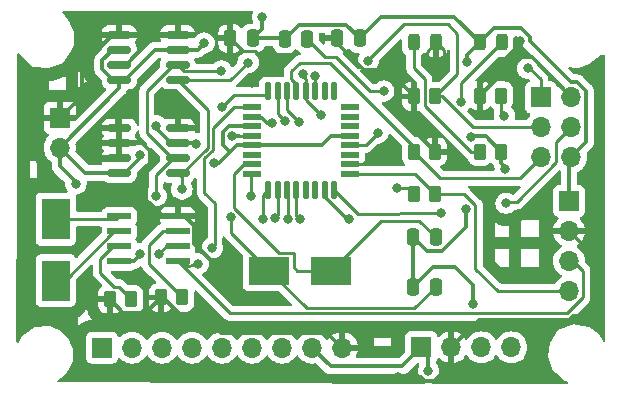
<source format=gtl>
%TF.GenerationSoftware,KiCad,Pcbnew,7.0.5*%
%TF.CreationDate,2024-01-17T23:55:01+05:30*%
%TF.ProjectId,mcu datalogger,6d637520-6461-4746-916c-6f676765722e,1*%
%TF.SameCoordinates,Original*%
%TF.FileFunction,Copper,L1,Top*%
%TF.FilePolarity,Positive*%
%FSLAX46Y46*%
G04 Gerber Fmt 4.6, Leading zero omitted, Abs format (unit mm)*
G04 Created by KiCad (PCBNEW 7.0.5) date 2024-01-17 23:55:01*
%MOMM*%
%LPD*%
G01*
G04 APERTURE LIST*
G04 Aperture macros list*
%AMRoundRect*
0 Rectangle with rounded corners*
0 $1 Rounding radius*
0 $2 $3 $4 $5 $6 $7 $8 $9 X,Y pos of 4 corners*
0 Add a 4 corners polygon primitive as box body*
4,1,4,$2,$3,$4,$5,$6,$7,$8,$9,$2,$3,0*
0 Add four circle primitives for the rounded corners*
1,1,$1+$1,$2,$3*
1,1,$1+$1,$4,$5*
1,1,$1+$1,$6,$7*
1,1,$1+$1,$8,$9*
0 Add four rect primitives between the rounded corners*
20,1,$1+$1,$2,$3,$4,$5,0*
20,1,$1+$1,$4,$5,$6,$7,0*
20,1,$1+$1,$6,$7,$8,$9,0*
20,1,$1+$1,$8,$9,$2,$3,0*%
G04 Aperture macros list end*
%TA.AperFunction,SMDPad,CuDef*%
%ADD10RoundRect,0.250000X-0.262500X-0.450000X0.262500X-0.450000X0.262500X0.450000X-0.262500X0.450000X0*%
%TD*%
%TA.AperFunction,SMDPad,CuDef*%
%ADD11RoundRect,0.150000X-0.825000X-0.150000X0.825000X-0.150000X0.825000X0.150000X-0.825000X0.150000X0*%
%TD*%
%TA.AperFunction,SMDPad,CuDef*%
%ADD12R,3.500000X2.400000*%
%TD*%
%TA.AperFunction,SMDPad,CuDef*%
%ADD13RoundRect,0.038500X-0.696500X-0.236500X0.696500X-0.236500X0.696500X0.236500X-0.696500X0.236500X0*%
%TD*%
%TA.AperFunction,SMDPad,CuDef*%
%ADD14RoundRect,0.099000X-0.176000X-0.636000X0.176000X-0.636000X0.176000X0.636000X-0.176000X0.636000X0*%
%TD*%
%TA.AperFunction,SMDPad,CuDef*%
%ADD15RoundRect,0.250000X-0.250000X-0.475000X0.250000X-0.475000X0.250000X0.475000X-0.250000X0.475000X0*%
%TD*%
%TA.AperFunction,SMDPad,CuDef*%
%ADD16RoundRect,0.041300X-0.943700X-0.253700X0.943700X-0.253700X0.943700X0.253700X-0.943700X0.253700X0*%
%TD*%
%TA.AperFunction,ComponentPad*%
%ADD17R,1.700000X1.700000*%
%TD*%
%TA.AperFunction,ComponentPad*%
%ADD18O,1.700000X1.700000*%
%TD*%
%TA.AperFunction,SMDPad,CuDef*%
%ADD19R,2.400000X3.500000*%
%TD*%
%TA.AperFunction,SMDPad,CuDef*%
%ADD20RoundRect,0.243750X-0.243750X-0.456250X0.243750X-0.456250X0.243750X0.456250X-0.243750X0.456250X0*%
%TD*%
%TA.AperFunction,ViaPad*%
%ADD21C,0.800000*%
%TD*%
%TA.AperFunction,Conductor*%
%ADD22C,0.350000*%
%TD*%
%TA.AperFunction,Conductor*%
%ADD23C,0.250000*%
%TD*%
G04 APERTURE END LIST*
D10*
%TO.P,R3,1*%
%TO.N,/Vcc*%
X110434700Y-90775200D03*
%TO.P,R3,2*%
%TO.N,Net-(U2-~{INTA})*%
X112259700Y-90775200D03*
%TD*%
D11*
%TO.P,U3,1,A0*%
%TO.N,/Vcc*%
X111223200Y-68372400D03*
%TO.P,U3,2,A1*%
%TO.N,GND*%
X111223200Y-69642400D03*
%TO.P,U3,3,A2*%
%TO.N,/Vcc*%
X111223200Y-70912400D03*
%TO.P,U3,4,GND*%
%TO.N,GND*%
X111223200Y-72182400D03*
%TO.P,U3,5,SDA*%
%TO.N,/SDA*%
X116173200Y-72182400D03*
%TO.P,U3,6,SCL*%
%TO.N,/SCL*%
X116173200Y-70912400D03*
%TO.P,U3,7,WP*%
%TO.N,GND*%
X116173200Y-69642400D03*
%TO.P,U3,8,VCC*%
%TO.N,/Vcc*%
X116173200Y-68372400D03*
%TD*%
D12*
%TO.P,Y2,1,1*%
%TO.N,Net-(U4-PB7)*%
X123927200Y-88362200D03*
%TO.P,Y2,2,2*%
%TO.N,Net-(U4-PB6)*%
X129127200Y-88362200D03*
%TD*%
D10*
%TO.P,R4,1*%
%TO.N,/Vcc*%
X114752700Y-90622800D03*
%TO.P,R4,2*%
%TO.N,Net-(U2-SQW{slash}~INT)*%
X116577700Y-90622800D03*
%TD*%
D13*
%TO.P,U4,1,PD3*%
%TO.N,/D3*%
X122468000Y-74538600D03*
%TO.P,U4,2,PD4*%
%TO.N,/D4*%
X122468000Y-75338600D03*
%TO.P,U4,3,GND*%
%TO.N,GND*%
X122468000Y-76138600D03*
%TO.P,U4,4,VCC*%
%TO.N,/Vcc*%
X122468000Y-76938600D03*
%TO.P,U4,5,GND*%
%TO.N,GND*%
X122468000Y-77738600D03*
%TO.P,U4,6,VCC*%
%TO.N,unconnected-(U4-VCC-Pad6)*%
X122468000Y-78538600D03*
%TO.P,U4,7,PB6*%
%TO.N,Net-(U4-PB6)*%
X122468000Y-79338600D03*
%TO.P,U4,8,PB7*%
%TO.N,Net-(U4-PB7)*%
X122468000Y-80138600D03*
D14*
%TO.P,U4,9,PD5*%
%TO.N,/D5*%
X123838000Y-81508600D03*
%TO.P,U4,10,PD6*%
%TO.N,/D6*%
X124638000Y-81508600D03*
%TO.P,U4,11,PD7*%
%TO.N,/D7*%
X125438000Y-81508600D03*
%TO.P,U4,12,PB0*%
%TO.N,/D8*%
X126238000Y-81508600D03*
%TO.P,U4,13,PB1*%
%TO.N,unconnected-(U4-PB1-Pad13)*%
X127038000Y-81508600D03*
%TO.P,U4,14,PB2*%
%TO.N,unconnected-(U4-PB2-Pad14)*%
X127838000Y-81508600D03*
%TO.P,U4,15,PB3*%
%TO.N,/MOSI*%
X128638000Y-81508600D03*
%TO.P,U4,16,PB4*%
%TO.N,/MISO*%
X129438000Y-81508600D03*
D13*
%TO.P,U4,17,PB5*%
%TO.N,/SCL*%
X130808000Y-80138600D03*
%TO.P,U4,18,AVCC*%
%TO.N,/Vcc*%
X130808000Y-79338600D03*
%TO.P,U4,19,ADC6*%
%TO.N,unconnected-(U4-ADC6-Pad19)*%
X130808000Y-78538600D03*
%TO.P,U4,20,AREF*%
%TO.N,Net-(U4-AREF)*%
X130808000Y-77738600D03*
%TO.P,U4,21,GND*%
%TO.N,GND*%
X130808000Y-76938600D03*
%TO.P,U4,22,ADC7*%
%TO.N,unconnected-(U4-ADC7-Pad22)*%
X130808000Y-76138600D03*
%TO.P,U4,23,PC0*%
%TO.N,unconnected-(U4-PC0-Pad23)*%
X130808000Y-75338600D03*
%TO.P,U4,24,PC1*%
%TO.N,unconnected-(U4-PC1-Pad24)*%
X130808000Y-74538600D03*
D14*
%TO.P,U4,25,PC2*%
%TO.N,unconnected-(U4-PC2-Pad25)*%
X129438000Y-73168600D03*
%TO.P,U4,26,PC3*%
%TO.N,unconnected-(U4-PC3-Pad26)*%
X128638000Y-73168600D03*
%TO.P,U4,27,PC4*%
%TO.N,/SDA*%
X127838000Y-73168600D03*
%TO.P,U4,28,PC5*%
%TO.N,/SCL*%
X127038000Y-73168600D03*
%TO.P,U4,29,PC6/~{RESET}*%
%TO.N,/RST*%
X126238000Y-73168600D03*
%TO.P,U4,30,PD0*%
%TO.N,/RX*%
X125438000Y-73168600D03*
%TO.P,U4,31,PD1*%
%TO.N,/TX*%
X124638000Y-73168600D03*
%TO.P,U4,32,PD2*%
%TO.N,/D2*%
X123838000Y-73168600D03*
%TD*%
D15*
%TO.P,C3,1*%
%TO.N,GND*%
X136127400Y-89708400D03*
%TO.P,C3,2*%
%TO.N,Net-(U4-PB7)*%
X138027400Y-89708400D03*
%TD*%
D16*
%TO.P,U2,1,X1*%
%TO.N,Net-(U2-X1)*%
X111234400Y-83739400D03*
%TO.P,U2,2,X2*%
%TO.N,Net-(U2-X2)*%
X111234400Y-85009400D03*
%TO.P,U2,3,~{INTA}*%
%TO.N,Net-(U2-~{INTA})*%
X111234400Y-86279400D03*
%TO.P,U2,4,GND*%
%TO.N,GND*%
X111234400Y-87549400D03*
%TO.P,U2,5,SDA*%
%TO.N,/SDA*%
X116184400Y-87549400D03*
%TO.P,U2,6,SCL*%
%TO.N,/SCL*%
X116184400Y-86279400D03*
%TO.P,U2,7,SQW/~INT*%
%TO.N,Net-(U2-SQW{slash}~INT)*%
X116184400Y-85009400D03*
%TO.P,U2,8,VCC*%
%TO.N,/Vcc*%
X116184400Y-83739400D03*
%TD*%
D10*
%TO.P,R7,1*%
%TO.N,Net-(D2-K)*%
X141751000Y-78278400D03*
%TO.P,R7,2*%
%TO.N,GND*%
X143576000Y-78278400D03*
%TD*%
D17*
%TO.P,J1,1,Pin_1*%
%TO.N,GND*%
X149326600Y-82448400D03*
D18*
%TO.P,J1,2,Pin_2*%
%TO.N,/Vcc*%
X149326600Y-84988400D03*
%TO.P,J1,3,Pin_3*%
%TO.N,/SDA*%
X149326600Y-87528400D03*
%TO.P,J1,4,Pin_4*%
%TO.N,/SCL*%
X149326600Y-90068400D03*
%TD*%
D17*
%TO.P,J2,1,Pin_1*%
%TO.N,/D2*%
X109778800Y-94869000D03*
D18*
%TO.P,J2,2,Pin_2*%
%TO.N,/D3*%
X112318800Y-94869000D03*
%TO.P,J2,3,Pin_3*%
%TO.N,/D4*%
X114858800Y-94869000D03*
%TO.P,J2,4,Pin_4*%
%TO.N,/D5*%
X117398800Y-94869000D03*
%TO.P,J2,5,Pin_5*%
%TO.N,/D6*%
X119938800Y-94869000D03*
%TO.P,J2,6,Pin_6*%
%TO.N,/D7*%
X122478800Y-94869000D03*
%TO.P,J2,7,Pin_7*%
%TO.N,/D8*%
X125018800Y-94869000D03*
%TO.P,J2,8,Pin_8*%
%TO.N,GND*%
X127558800Y-94869000D03*
%TO.P,J2,9,Pin_9*%
%TO.N,/Vcc*%
X130098800Y-94869000D03*
%TD*%
D17*
%TO.P,J3,1,Pin_1*%
%TO.N,GND*%
X136804400Y-94843600D03*
D18*
%TO.P,J3,2,Pin_2*%
%TO.N,/Vcc*%
X139344400Y-94843600D03*
%TO.P,J3,3,Pin_3*%
%TO.N,/RX*%
X141884400Y-94843600D03*
%TO.P,J3,4,Pin_4*%
%TO.N,/TX*%
X144424400Y-94843600D03*
%TD*%
D17*
%TO.P,J4,1,Pin_1*%
%TO.N,/MISO*%
X146939000Y-73685400D03*
D18*
%TO.P,J4,2,Pin_2*%
%TO.N,/Vcc*%
X149479000Y-73685400D03*
%TO.P,J4,3,Pin_3*%
%TO.N,/SCL*%
X146939000Y-76225400D03*
%TO.P,J4,4,Pin_4*%
%TO.N,/MOSI*%
X149479000Y-76225400D03*
%TO.P,J4,5,Pin_5*%
%TO.N,/RST*%
X146939000Y-78765400D03*
%TO.P,J4,6,Pin_6*%
%TO.N,GND*%
X149479000Y-78765400D03*
%TD*%
D15*
%TO.P,C1,1*%
%TO.N,/Vcc*%
X129675800Y-68677200D03*
%TO.P,C1,2*%
%TO.N,GND*%
X131575800Y-68677200D03*
%TD*%
D17*
%TO.P,BT1,1,+*%
%TO.N,/Vcc*%
X106197400Y-75407600D03*
D18*
%TO.P,BT1,2,-*%
%TO.N,GND*%
X106197400Y-77947600D03*
%TD*%
D10*
%TO.P,R1,1*%
%TO.N,/Vcc*%
X136164900Y-73604800D03*
%TO.P,R1,2*%
%TO.N,/SCL*%
X137989900Y-73604800D03*
%TD*%
D15*
%TO.P,C4,1*%
%TO.N,GND*%
X125230800Y-68728000D03*
%TO.P,C4,2*%
%TO.N,Net-(U4-AREF)*%
X127130800Y-68728000D03*
%TD*%
D19*
%TO.P,Y1,1,1*%
%TO.N,Net-(U2-X2)*%
X105867200Y-89188600D03*
%TO.P,Y1,2,2*%
%TO.N,Net-(U2-X1)*%
X105867200Y-83988600D03*
%TD*%
D10*
%TO.P,R2,1*%
%TO.N,/Vcc*%
X141751000Y-73528600D03*
%TO.P,R2,2*%
%TO.N,/SDA*%
X143576000Y-73528600D03*
%TD*%
D20*
%TO.P,D1,1,K*%
%TO.N,GND*%
X141746000Y-69032800D03*
%TO.P,D1,2,A*%
%TO.N,Net-(D1-A)*%
X143621000Y-69032800D03*
%TD*%
D10*
%TO.P,R6,1*%
%TO.N,/RST*%
X136164900Y-78278400D03*
%TO.P,R6,2*%
%TO.N,/Vcc*%
X137989900Y-78278400D03*
%TD*%
D15*
%TO.P,C2,1*%
%TO.N,GND*%
X136127400Y-85542800D03*
%TO.P,C2,2*%
%TO.N,Net-(U4-PB6)*%
X138027400Y-85542800D03*
%TD*%
D11*
%TO.P,U1,1,A0*%
%TO.N,/Vcc*%
X111223200Y-76297200D03*
%TO.P,U1,2,A1*%
X111223200Y-77567200D03*
%TO.P,U1,3,A2*%
X111223200Y-78837200D03*
%TO.P,U1,4,GND*%
%TO.N,GND*%
X111223200Y-80107200D03*
%TO.P,U1,5,SDA*%
%TO.N,/SDA*%
X116173200Y-80107200D03*
%TO.P,U1,6,SCL*%
%TO.N,/SCL*%
X116173200Y-78837200D03*
%TO.P,U1,7,WP*%
%TO.N,GND*%
X116173200Y-77567200D03*
%TO.P,U1,8,VCC*%
%TO.N,/Vcc*%
X116173200Y-76297200D03*
%TD*%
D20*
%TO.P,D2,1,K*%
%TO.N,Net-(D2-K)*%
X136159900Y-69032800D03*
%TO.P,D2,2,A*%
%TO.N,/Vcc*%
X138034900Y-69032800D03*
%TD*%
D10*
%TO.P,R5,1*%
%TO.N,Net-(D1-A)*%
X136164900Y-81885200D03*
%TO.P,R5,2*%
%TO.N,/SCL*%
X137989900Y-81885200D03*
%TD*%
D15*
%TO.P,C5,1*%
%TO.N,/Vcc*%
X120633400Y-68677200D03*
%TO.P,C5,2*%
%TO.N,GND*%
X122533400Y-68677200D03*
%TD*%
D21*
%TO.N,GND*%
X114376200Y-76098400D03*
X113004600Y-78562200D03*
X140614400Y-83134200D03*
X140995400Y-77012800D03*
X141198600Y-91186000D03*
X117703600Y-77597000D03*
X143916400Y-79705200D03*
X137414000Y-96843100D03*
X140690600Y-70662800D03*
X107569000Y-81000600D03*
X112953800Y-86918800D03*
X118414800Y-69088000D03*
X119278400Y-79273400D03*
X123344309Y-66886409D03*
%TO.N,/Vcc*%
X145161000Y-68935600D03*
X120827800Y-88315800D03*
X108889800Y-73609200D03*
X111074200Y-74879200D03*
X119380000Y-66903600D03*
X114858800Y-73812400D03*
X137261600Y-70967600D03*
X122453400Y-72444100D03*
X138709400Y-70485000D03*
X118592600Y-92354400D03*
X133096000Y-78790800D03*
X134899400Y-70561200D03*
X120815700Y-76987400D03*
X134856993Y-97332800D03*
%TO.N,Net-(U4-PB7)*%
X122377200Y-81991200D03*
X120726200Y-83820000D03*
%TO.N,Net-(U4-AREF)*%
X133629400Y-73152000D03*
X133121400Y-76708000D03*
%TO.N,Net-(D1-A)*%
X134721600Y-81330800D03*
X140182600Y-74041000D03*
%TO.N,/SDA*%
X117906800Y-87782400D03*
X116535200Y-81457800D03*
X127838200Y-71856600D03*
X122144250Y-70733400D03*
X143840200Y-75234800D03*
%TO.N,/SCL*%
X114350800Y-82016600D03*
X119888000Y-71457900D03*
X114579400Y-86918800D03*
X132334000Y-70561200D03*
X126796800Y-71729600D03*
X128320800Y-75158600D03*
%TO.N,/D2*%
X119913400Y-74498200D03*
%TO.N,/D3*%
X119112700Y-86410800D03*
%TO.N,/D4*%
X124150901Y-75840101D03*
%TO.N,/D5*%
X123367800Y-83997800D03*
%TO.N,/D6*%
X124434600Y-83870800D03*
%TO.N,/D7*%
X125526800Y-83947000D03*
%TO.N,/D8*%
X126542800Y-83997800D03*
%TO.N,/RX*%
X126441200Y-75742800D03*
%TO.N,/TX*%
X125298200Y-75717400D03*
%TO.N,/MISO*%
X138480800Y-83464400D03*
X145821400Y-71221600D03*
%TO.N,/MOSI*%
X143992600Y-82651600D03*
X130657600Y-83972400D03*
%TD*%
D22*
%TO.N,GND*%
X111223200Y-80107200D02*
X111741373Y-80107200D01*
X142259600Y-76962000D02*
X141020800Y-76962000D01*
X135204200Y-96443800D02*
X136804400Y-94843600D01*
X122533400Y-68677200D02*
X125180000Y-68677200D01*
X126431600Y-67527200D02*
X130425800Y-67527200D01*
X149479000Y-78765400D02*
X150754000Y-77490400D01*
X140614400Y-84635394D02*
X138556994Y-86692800D01*
X125230800Y-68728000D02*
X126431600Y-67527200D01*
X122468000Y-76138600D02*
X120497773Y-76138600D01*
X115655027Y-77567200D02*
X114376200Y-76288373D01*
X133374800Y-66878200D02*
X139591400Y-66878200D01*
X140690600Y-70088200D02*
X141746000Y-69032800D01*
X140690600Y-70662800D02*
X140690600Y-70088200D01*
X143576000Y-79212400D02*
X143992600Y-79629000D01*
X128382400Y-77738600D02*
X129182400Y-76938600D01*
X123344309Y-66886409D02*
X123344309Y-67866291D01*
X119990700Y-77699700D02*
X120630414Y-78339414D01*
X142935400Y-67843400D02*
X141746000Y-69032800D01*
X111223200Y-72921800D02*
X106197400Y-77947600D01*
X123344309Y-67866291D02*
X122533400Y-68677200D01*
X117860400Y-69642400D02*
X118414800Y-69088000D01*
X106197400Y-77947600D02*
X106197400Y-79476600D01*
X111741373Y-80107200D02*
X113004600Y-78843973D01*
X139700000Y-88061800D02*
X141198600Y-89560400D01*
X112903000Y-87096600D02*
X112450200Y-87549400D01*
X138556994Y-86692800D02*
X137277400Y-86692800D01*
X130425800Y-67527200D02*
X131575800Y-68677200D01*
X114376200Y-76288373D02*
X114376200Y-76098400D01*
X110705027Y-69642400D02*
X109804200Y-70543227D01*
X150007123Y-72410400D02*
X149448600Y-72410400D01*
X121231227Y-77738600D02*
X122468000Y-77738600D01*
X113004600Y-78843973D02*
X113004600Y-78562200D01*
X122468000Y-77738600D02*
X128382400Y-77738600D01*
X116173200Y-77567200D02*
X115655027Y-77567200D01*
X120497773Y-76138600D02*
X119990700Y-76645673D01*
X120630414Y-78339414D02*
X121231227Y-77738600D01*
X129133600Y-96443800D02*
X135204200Y-96443800D01*
X150754000Y-73157277D02*
X150007123Y-72410400D01*
X116173200Y-69642400D02*
X117860400Y-69642400D01*
X116173200Y-69642400D02*
X114281373Y-69642400D01*
X145235527Y-67843400D02*
X142935400Y-67843400D01*
X107721400Y-81000600D02*
X107569000Y-80848200D01*
X145986000Y-68593873D02*
X145235527Y-67843400D01*
X137414000Y-95453200D02*
X136804400Y-94843600D01*
X137277400Y-86692800D02*
X136127400Y-85542800D01*
X143576000Y-78278400D02*
X142259600Y-76962000D01*
X137774000Y-88061800D02*
X139700000Y-88061800D01*
X116173200Y-77567200D02*
X117673800Y-77567200D01*
X119990700Y-76645673D02*
X119990700Y-77699700D01*
X149448600Y-72410400D02*
X145986000Y-68947800D01*
X119696427Y-79273400D02*
X120630414Y-78339414D01*
X107569000Y-80848200D02*
X107569000Y-81000600D01*
X141198600Y-89560400D02*
X141198600Y-91186000D01*
X150754000Y-77490400D02*
X150754000Y-73157277D01*
X127558800Y-94869000D02*
X129133600Y-96443800D01*
X110705027Y-72182400D02*
X111223200Y-72182400D01*
X131575800Y-68677200D02*
X133374800Y-66878200D01*
X111741373Y-72182400D02*
X111223200Y-72182400D01*
X114281373Y-69642400D02*
X111741373Y-72182400D01*
X107569000Y-81000600D02*
X107721400Y-81000600D01*
X111223200Y-80107200D02*
X108357000Y-80107200D01*
X111223200Y-69642400D02*
X110705027Y-69642400D01*
X129182400Y-76938600D02*
X130808000Y-76938600D01*
X112450200Y-87549400D02*
X111234400Y-87549400D01*
X137414000Y-96843100D02*
X137414000Y-95453200D01*
X109804200Y-70543227D02*
X109804200Y-71281573D01*
X136127400Y-89708400D02*
X136127400Y-85542800D01*
X109804200Y-71281573D02*
X110705027Y-72182400D01*
X139591400Y-66878200D02*
X141746000Y-69032800D01*
X125180000Y-68677200D02*
X125230800Y-68728000D01*
X143576000Y-78278400D02*
X143576000Y-79212400D01*
X108357000Y-80107200D02*
X106197400Y-77947600D01*
X149326600Y-82448400D02*
X149326600Y-78917800D01*
X111223200Y-72182400D02*
X111223200Y-72921800D01*
X119278400Y-79273400D02*
X119696427Y-79273400D01*
X136127400Y-89708400D02*
X137774000Y-88061800D01*
X141020800Y-76962000D02*
X140970000Y-77012800D01*
X106197400Y-79476600D02*
X107569000Y-80848200D01*
X117673800Y-77567200D02*
X117703600Y-77597000D01*
X140614400Y-83134200D02*
X140614400Y-84635394D01*
X145986000Y-68947800D02*
X145986000Y-68593873D01*
%TO.N,/Vcc*%
X114752700Y-90622800D02*
X114910606Y-90622800D01*
X119832200Y-93594000D02*
X118592600Y-92354400D01*
D23*
X130808000Y-79338600D02*
X132573600Y-79338600D01*
D22*
X131990600Y-71386200D02*
X129675800Y-69071400D01*
X109707000Y-76297200D02*
X111223200Y-76297200D01*
X116173200Y-75126800D02*
X114858800Y-73812400D01*
X117594400Y-86059227D02*
X117594400Y-84562552D01*
X111223200Y-68372400D02*
X110705027Y-68372400D01*
X113838760Y-79429840D02*
X113838760Y-78229633D01*
X113475300Y-91900200D02*
X114752700Y-90622800D01*
X120827800Y-88315800D02*
X119850973Y-88315800D01*
X129675800Y-69071400D02*
X129675800Y-68677200D01*
D23*
X122453400Y-72444100D02*
X123127600Y-71769900D01*
X137261600Y-69806100D02*
X138034900Y-69032800D01*
D22*
X134899400Y-70561200D02*
X134823200Y-70840600D01*
X117594400Y-84562552D02*
X116771248Y-83739400D01*
X114249200Y-68372400D02*
X111223200Y-68372400D01*
X146163127Y-70295000D02*
X144984600Y-70295000D01*
D23*
X138709400Y-69707300D02*
X138034900Y-69032800D01*
D22*
X145161000Y-68935600D02*
X145161000Y-69138555D01*
X111074200Y-76148200D02*
X111223200Y-76297200D01*
X151765000Y-91795600D02*
X151765000Y-87426800D01*
X116173200Y-76297200D02*
X116173200Y-75126800D01*
X116173200Y-68372400D02*
X114249200Y-68372400D01*
X113176327Y-77567200D02*
X111223200Y-77567200D01*
X136762373Y-97358200D02*
X137072273Y-97668100D01*
X137916900Y-97668100D02*
X139344400Y-96240600D01*
D23*
X122468000Y-76938600D02*
X120864500Y-76938600D01*
D22*
X108051600Y-73553400D02*
X108051600Y-69138800D01*
X133946300Y-71386200D02*
X131990600Y-71386200D01*
X116642206Y-92354400D02*
X118592600Y-92354400D01*
X114906873Y-83739400D02*
X113525800Y-82358327D01*
X111223200Y-77567200D02*
X109503800Y-77567200D01*
D23*
X132573600Y-79338600D02*
X133096000Y-78816200D01*
D22*
X144984600Y-70295000D02*
X141751000Y-73528600D01*
X134946893Y-97358200D02*
X136762373Y-97358200D01*
X111559700Y-91900200D02*
X113475300Y-91900200D01*
X113838760Y-78229633D02*
X113176327Y-77567200D01*
X110434700Y-90775200D02*
X111559700Y-91900200D01*
X128823800Y-93594000D02*
X119832200Y-93594000D01*
X114249200Y-68427600D02*
X114249200Y-68372400D01*
X134823200Y-71043800D02*
X134899400Y-70561200D01*
X110705027Y-68372400D02*
X108788200Y-70289227D01*
X111223200Y-78837200D02*
X111066400Y-78994000D01*
X136164900Y-73604800D02*
X136164900Y-72385500D01*
X108635800Y-77368400D02*
X109707000Y-76297200D01*
D23*
X123127600Y-70201395D02*
X122703405Y-69777200D01*
D22*
X119850973Y-88315800D02*
X117594400Y-86059227D01*
X139344400Y-96240600D02*
X139344400Y-94843600D01*
X149672617Y-92227400D02*
X151333200Y-92227400D01*
D23*
X122703405Y-69777200D02*
X121733400Y-69777200D01*
D22*
X111074200Y-74879200D02*
X111074200Y-76148200D01*
X114910606Y-90622800D02*
X116642206Y-92354400D01*
D23*
X138709400Y-70485000D02*
X138709400Y-69707300D01*
D22*
X108818000Y-68372400D02*
X111223200Y-68372400D01*
X136164900Y-76453400D02*
X136164900Y-73604800D01*
X137989900Y-78278400D02*
X136164900Y-76453400D01*
X111066400Y-78994000D02*
X109194600Y-78994000D01*
D23*
X121733400Y-69777200D02*
X120633400Y-68677200D01*
D22*
X149479000Y-73610873D02*
X146163127Y-70295000D01*
X136164900Y-73604800D02*
X133946300Y-71386200D01*
X108051600Y-69138800D02*
X108818000Y-68372400D01*
D23*
X120633400Y-67547400D02*
X119380000Y-66903600D01*
D22*
X106197400Y-75407600D02*
X108051600Y-73553400D01*
D23*
X120633400Y-68677200D02*
X120633400Y-67547400D01*
D22*
X141751000Y-72548555D02*
X141751000Y-73528600D01*
X151333200Y-92227400D02*
X151765000Y-91795600D01*
X116771248Y-83739400D02*
X116184400Y-83739400D01*
X111223200Y-70912400D02*
X111764400Y-70912400D01*
X109503800Y-77567200D02*
X108635800Y-78435200D01*
X130098800Y-94869000D02*
X128823800Y-93594000D01*
X137072273Y-97668100D02*
X137916900Y-97668100D01*
X113525800Y-79742800D02*
X113838760Y-79429840D01*
X136164900Y-72385500D02*
X134823200Y-71043800D01*
X145161000Y-69138555D02*
X141751000Y-72548555D01*
X113525800Y-82358327D02*
X113525800Y-79742800D01*
X141664600Y-92523400D02*
X149376617Y-92523400D01*
D23*
X123127600Y-71769900D02*
X123127600Y-70201395D01*
D22*
X116184400Y-83739400D02*
X114906873Y-83739400D01*
X139344400Y-94843600D02*
X141664600Y-92523400D01*
X108635800Y-78435200D02*
X108635800Y-77368400D01*
X111764400Y-70912400D02*
X114249200Y-68427600D01*
X149376617Y-92523400D02*
X149672617Y-92227400D01*
X151765000Y-87426800D02*
X149326600Y-84988400D01*
X149479000Y-73685400D02*
X149479000Y-73610873D01*
X109194600Y-78994000D02*
X108635800Y-78435200D01*
X108788200Y-70289227D02*
X108889800Y-73609200D01*
X108889800Y-73609200D02*
X108788200Y-73380600D01*
D23*
X137261600Y-70967600D02*
X137261600Y-69806100D01*
%TO.N,Net-(U4-PB6)*%
X121820933Y-79338600D02*
X122468000Y-79338600D01*
X133364600Y-84124800D02*
X129127200Y-88362200D01*
X136609400Y-84124800D02*
X133364600Y-84124800D01*
X120980200Y-80179333D02*
X121820933Y-79338600D01*
X126002200Y-88080000D02*
X126002200Y-86837200D01*
X121451200Y-83519695D02*
X121026505Y-83095000D01*
X120980200Y-83058000D02*
X120980200Y-80179333D01*
X138027400Y-85542800D02*
X136609400Y-84124800D01*
X126284400Y-88362200D02*
X126002200Y-88080000D01*
X124759400Y-86837200D02*
X121451200Y-83529000D01*
X129127200Y-88362200D02*
X126284400Y-88362200D01*
X121451200Y-83529000D02*
X121451200Y-83519695D01*
X121026505Y-83095000D02*
X121017200Y-83095000D01*
X126002200Y-86837200D02*
X124759400Y-86837200D01*
X121017200Y-83095000D02*
X120980200Y-83058000D01*
%TO.N,Net-(U4-PB7)*%
X127088400Y-91523400D02*
X123927200Y-88362200D01*
X136212400Y-91523400D02*
X127088400Y-91523400D01*
X123927200Y-88362200D02*
X120726200Y-85161200D01*
X122377200Y-81965800D02*
X122377200Y-80229400D01*
X122377200Y-80229400D02*
X122468000Y-80138600D01*
X138027400Y-89708400D02*
X136212400Y-91523400D01*
X120726200Y-85161200D02*
X120726200Y-83820000D01*
%TO.N,Net-(U4-AREF)*%
X133426200Y-73177400D02*
X133400800Y-73177400D01*
X129565400Y-70281800D02*
X132461000Y-73177400D01*
X132461000Y-73177400D02*
X133375400Y-73177400D01*
X133375400Y-73177400D02*
X133629400Y-73152000D01*
X132090800Y-77738600D02*
X130808000Y-77738600D01*
X133121400Y-76708000D02*
X132090800Y-77738600D01*
X128684600Y-70281800D02*
X129565400Y-70281800D01*
X133629400Y-73152000D02*
X133426200Y-73177400D01*
X127130800Y-68728000D02*
X128684600Y-70281800D01*
%TO.N,Net-(D1-A)*%
X143621000Y-69032800D02*
X140208000Y-72445800D01*
X134721600Y-81330800D02*
X135610500Y-81330800D01*
X140208000Y-72445800D02*
X140208000Y-74015600D01*
X135610500Y-81330800D02*
X136164900Y-81885200D01*
%TO.N,Net-(D2-K)*%
X137109200Y-74370483D02*
X137109200Y-72161400D01*
X137109200Y-72161400D02*
X136159900Y-71212100D01*
X141017117Y-78278400D02*
X137109200Y-74370483D01*
X136159900Y-71212100D02*
X136159900Y-69032800D01*
X141751000Y-78278400D02*
X141017117Y-78278400D01*
%TO.N,/SDA*%
X116173200Y-80107200D02*
X116549951Y-80107200D01*
X127838000Y-71856800D02*
X127838200Y-71856600D01*
X149326600Y-87528400D02*
X149656800Y-87528400D01*
X149148800Y-91973400D02*
X120608400Y-91973400D01*
X117015226Y-87934800D02*
X117906800Y-87782400D01*
X116535200Y-80469200D02*
X116173200Y-80107200D01*
X116549951Y-80107200D02*
X118719600Y-77937551D01*
X116535200Y-81457800D02*
X116535200Y-80469200D01*
X150501600Y-90620600D02*
X149148800Y-91973400D01*
X149656800Y-87528400D02*
X150501600Y-88373200D01*
X116228400Y-72237600D02*
X116173200Y-72182400D01*
X118719600Y-74728800D02*
X116173200Y-72182400D01*
X116184400Y-87549400D02*
X116629826Y-87549400D01*
X120640050Y-72237600D02*
X116228400Y-72237600D01*
X143576000Y-73528600D02*
X143576000Y-74818200D01*
X122144250Y-70733400D02*
X120640050Y-72237600D01*
X118719600Y-77937551D02*
X118719600Y-74728800D01*
X116629826Y-87549400D02*
X117015226Y-87934800D01*
X143576000Y-74818200D02*
X143865600Y-75234800D01*
X120608400Y-91973400D02*
X116184400Y-87549400D01*
X127838000Y-73168600D02*
X127838000Y-71856800D01*
X150501600Y-88373200D02*
X150501600Y-90620600D01*
%TO.N,/SCL*%
X138552600Y-73604800D02*
X137989900Y-73604800D01*
X137989900Y-81885200D02*
X140461416Y-81885200D01*
X139039600Y-67487800D02*
X135382000Y-67487800D01*
X146939000Y-76225400D02*
X141173200Y-76225400D01*
X128320800Y-75158600D02*
X127038000Y-73875800D01*
X115725738Y-78837200D02*
X116173200Y-78837200D01*
X137989900Y-73604800D02*
X139852400Y-71742300D01*
X139852400Y-71742300D02*
X139852400Y-68300600D01*
X115796449Y-78837200D02*
X116173200Y-78837200D01*
X116173200Y-70912400D02*
X115796449Y-70912400D01*
X113563400Y-73145449D02*
X113563400Y-76674862D01*
X132308600Y-70561200D02*
X132334000Y-70535800D01*
X137989900Y-81885200D02*
X136243300Y-80138600D01*
X143281400Y-90068400D02*
X149326600Y-90068400D01*
X139852400Y-68300600D02*
X139039600Y-67487800D01*
X141389400Y-88176400D02*
X143281400Y-90068400D01*
X141173200Y-76225400D02*
X138552600Y-73604800D01*
X132334000Y-70535800D02*
X132334000Y-70561200D01*
X136243300Y-80138600D02*
X130808000Y-80138600D01*
X140461416Y-81885200D02*
X141389400Y-82813184D01*
X135382000Y-67487800D02*
X132334000Y-70535800D01*
X127038000Y-73168600D02*
X127038000Y-72097800D01*
X114350800Y-82016600D02*
X114350800Y-80282849D01*
X126796800Y-71856600D02*
X126796800Y-71729600D01*
X126796800Y-71729600D02*
X126669800Y-71729600D01*
X126669800Y-71729600D02*
X126771400Y-71831200D01*
X115796449Y-70912400D02*
X113563400Y-73145449D01*
X113563400Y-76674862D02*
X115725738Y-78837200D01*
X115218800Y-86279400D02*
X114579400Y-86918800D01*
X116184400Y-86279400D02*
X115218800Y-86279400D01*
X119888000Y-71457900D02*
X116718700Y-71457900D01*
X116718700Y-71457900D02*
X116173200Y-70912400D01*
X141389400Y-82813184D02*
X141389400Y-88176400D01*
X132334000Y-70561200D02*
X132308600Y-70561200D01*
X114350800Y-80282849D02*
X115796449Y-78837200D01*
X127038000Y-72097800D02*
X126796800Y-71856600D01*
%TO.N,/D2*%
X119913400Y-74498200D02*
X120954800Y-73456800D01*
X120954800Y-73456800D02*
X123549800Y-73456800D01*
X123549800Y-73456800D02*
X123838000Y-73168600D01*
%TO.N,/D3*%
X119347400Y-86176100D02*
X119347400Y-82645004D01*
X120939800Y-74538600D02*
X122468000Y-74538600D01*
X118440200Y-78853347D02*
X119169600Y-78123947D01*
X119347400Y-82645004D02*
X118440200Y-81737804D01*
X119169600Y-78123947D02*
X119169600Y-76308800D01*
X119169600Y-76308800D02*
X120939800Y-74538600D01*
X118440200Y-81737804D02*
X118440200Y-78853347D01*
%TO.N,/D4*%
X124150901Y-75840101D02*
X123719101Y-75840101D01*
X123217600Y-75338600D02*
X122468000Y-75338600D01*
X123719101Y-75840101D02*
X123217600Y-75338600D01*
%TO.N,/D5*%
X123367800Y-83997800D02*
X123367800Y-81978800D01*
X123367800Y-81978800D02*
X123838000Y-81508600D01*
%TO.N,/D6*%
X124638000Y-83667400D02*
X124638000Y-81508600D01*
X124434600Y-83870800D02*
X124638000Y-83667400D01*
%TO.N,/D7*%
X125526800Y-81597400D02*
X125438000Y-81508600D01*
X125526800Y-83947000D02*
X125526800Y-81597400D01*
%TO.N,/D8*%
X126542800Y-83997800D02*
X126238000Y-83693000D01*
X126238000Y-83693000D02*
X126238000Y-81508600D01*
%TO.N,/RX*%
X126441200Y-75742800D02*
X125436800Y-74738400D01*
X125436800Y-74738400D02*
X125436800Y-73169800D01*
X125436800Y-73169800D02*
X125438000Y-73168600D01*
%TO.N,/TX*%
X125298200Y-75717400D02*
X124638000Y-75057200D01*
X124638000Y-75057200D02*
X124638000Y-73168600D01*
%TO.N,/MISO*%
X138404600Y-83489800D02*
X131444600Y-83515200D01*
X146939000Y-73685400D02*
X146939000Y-72110600D01*
X131444600Y-83515200D02*
X129438000Y-81508600D01*
X146939000Y-72110600D02*
X145821400Y-71120000D01*
%TO.N,/MOSI*%
X148254000Y-77450400D02*
X148254000Y-79177600D01*
X128638000Y-82120227D02*
X128638000Y-81508600D01*
X144881600Y-82550000D02*
X144043400Y-82499200D01*
X149479000Y-76225400D02*
X148254000Y-77450400D01*
X130657600Y-83972400D02*
X130657600Y-84139827D01*
X130490173Y-83972400D02*
X130657600Y-83972400D01*
X130540973Y-84023200D02*
X130490173Y-83972400D01*
X148254000Y-79177600D02*
X144881600Y-82550000D01*
X130657600Y-84139827D02*
X128638000Y-82120227D01*
%TO.N,/RST*%
X129050200Y-70731800D02*
X136164900Y-77846500D01*
X125806200Y-72125173D02*
X125806200Y-71450200D01*
X126238000Y-72556973D02*
X125806200Y-72125173D01*
X146939000Y-78765400D02*
X145186400Y-80518000D01*
X136164900Y-77846500D02*
X136164900Y-78278400D01*
X126524600Y-70731800D02*
X129050200Y-70731800D01*
X125806200Y-71450200D02*
X126524600Y-70731800D01*
X126238000Y-73168600D02*
X126238000Y-72556973D01*
X145186400Y-80518000D02*
X138404500Y-80518000D01*
X138404500Y-80518000D02*
X136164900Y-78278400D01*
%TO.N,Net-(U2-~{INTA})*%
X109626400Y-87371263D02*
X110718263Y-86279400D01*
X109626400Y-88516968D02*
X109626400Y-87371263D01*
X110718263Y-86279400D02*
X111234400Y-86279400D01*
X111184700Y-89700200D02*
X110809632Y-89700200D01*
X112259700Y-90775200D02*
X111184700Y-89700200D01*
X110809632Y-89700200D02*
X109626400Y-88516968D01*
%TO.N,Net-(U2-SQW{slash}~INT)*%
X116556200Y-90622800D02*
X113741200Y-87807800D01*
X116577700Y-90622800D02*
X116556200Y-90622800D01*
X113741200Y-86182200D02*
X114914000Y-85009400D01*
X114914000Y-85009400D02*
X116184400Y-85009400D01*
X113741200Y-87807800D02*
X113741200Y-86182200D01*
%TO.N,Net-(U2-X1)*%
X110985200Y-83988600D02*
X111234400Y-83739400D01*
X105867200Y-83988600D02*
X110985200Y-83988600D01*
%TO.N,Net-(U2-X2)*%
X105867200Y-89188600D02*
X106609774Y-89188600D01*
X106609774Y-89188600D02*
X110788974Y-85009400D01*
X110788974Y-85009400D02*
X111234400Y-85009400D01*
%TD*%
%TA.AperFunction,Conductor*%
%TO.N,/Vcc*%
G36*
X122473126Y-66357848D02*
G01*
X122518969Y-66410575D01*
X122529028Y-66479717D01*
X122519540Y-66512712D01*
X122517129Y-66518126D01*
X122516483Y-66520115D01*
X122458635Y-66698153D01*
X122438849Y-66886409D01*
X122458635Y-67074665D01*
X122458636Y-67074668D01*
X122517127Y-67254686D01*
X122517129Y-67254690D01*
X122517130Y-67254693D01*
X122523486Y-67265702D01*
X122539957Y-67333601D01*
X122517105Y-67399628D01*
X122462183Y-67442818D01*
X122416099Y-67451700D01*
X122233399Y-67451700D01*
X122233380Y-67451701D01*
X122130603Y-67462200D01*
X122130600Y-67462201D01*
X121964068Y-67517385D01*
X121964063Y-67517387D01*
X121814742Y-67609489D01*
X121690688Y-67733543D01*
X121690683Y-67733549D01*
X121688641Y-67736861D01*
X121686647Y-67738653D01*
X121686207Y-67739211D01*
X121686111Y-67739135D01*
X121636691Y-67783583D01*
X121567728Y-67794802D01*
X121503647Y-67766955D01*
X121477568Y-67736856D01*
X121475719Y-67733859D01*
X121475716Y-67733855D01*
X121351745Y-67609884D01*
X121202524Y-67517843D01*
X121202519Y-67517841D01*
X121036097Y-67462694D01*
X121036090Y-67462693D01*
X120933386Y-67452200D01*
X120883400Y-67452200D01*
X120883400Y-69902199D01*
X120933372Y-69902199D01*
X120933386Y-69902198D01*
X121036097Y-69891705D01*
X121202519Y-69836558D01*
X121202524Y-69836556D01*
X121351745Y-69744515D01*
X121475718Y-69620542D01*
X121477565Y-69617548D01*
X121479369Y-69615924D01*
X121480198Y-69614877D01*
X121480376Y-69615018D01*
X121529510Y-69570821D01*
X121598473Y-69559596D01*
X121662556Y-69587436D01*
X121688643Y-69617541D01*
X121690688Y-69620856D01*
X121690689Y-69620857D01*
X121790592Y-69720760D01*
X121824077Y-69782083D01*
X121819093Y-69851775D01*
X121777221Y-69907708D01*
X121753349Y-69921719D01*
X121691522Y-69949247D01*
X121691515Y-69949251D01*
X121538379Y-70060511D01*
X121411716Y-70201185D01*
X121317071Y-70365115D01*
X121317068Y-70365122D01*
X121258577Y-70545140D01*
X121258576Y-70545144D01*
X121242647Y-70696706D01*
X121240929Y-70713049D01*
X121214344Y-70777663D01*
X121205289Y-70787768D01*
X120898356Y-71094701D01*
X120837033Y-71128186D01*
X120767341Y-71123202D01*
X120711408Y-71081330D01*
X120703288Y-71069020D01*
X120684062Y-71035719D01*
X120620533Y-70925684D01*
X120493871Y-70785012D01*
X120493870Y-70785011D01*
X120340734Y-70673751D01*
X120340729Y-70673748D01*
X120167807Y-70596757D01*
X120167802Y-70596755D01*
X120003158Y-70561760D01*
X119982646Y-70557400D01*
X119793354Y-70557400D01*
X119772842Y-70561760D01*
X119608197Y-70596755D01*
X119608192Y-70596757D01*
X119435270Y-70673748D01*
X119435265Y-70673751D01*
X119282130Y-70785010D01*
X119282126Y-70785014D01*
X119276400Y-70791374D01*
X119216913Y-70828021D01*
X119184252Y-70832400D01*
X117772700Y-70832400D01*
X117705661Y-70812715D01*
X117659906Y-70759911D01*
X117648700Y-70708400D01*
X117648700Y-70696713D01*
X117648699Y-70696698D01*
X117648123Y-70689384D01*
X117645798Y-70659831D01*
X117617305Y-70561760D01*
X117599945Y-70502006D01*
X117599944Y-70502002D01*
X117599941Y-70501997D01*
X117596847Y-70494846D01*
X117598920Y-70493948D01*
X117584546Y-70437302D01*
X117606703Y-70371039D01*
X117661167Y-70327273D01*
X117708461Y-70317900D01*
X117838122Y-70317900D01*
X117841866Y-70318013D01*
X117901482Y-70321619D01*
X117901482Y-70321618D01*
X117901485Y-70321619D01*
X117937727Y-70314977D01*
X117960236Y-70310853D01*
X117963940Y-70310289D01*
X117985288Y-70307696D01*
X118023245Y-70303088D01*
X118032005Y-70299765D01*
X118053621Y-70293738D01*
X118062839Y-70292050D01*
X118106929Y-70272207D01*
X118117316Y-70267532D01*
X118120758Y-70266105D01*
X118176626Y-70244918D01*
X118184333Y-70239597D01*
X118203880Y-70228572D01*
X118212428Y-70224726D01*
X118259466Y-70187872D01*
X118262459Y-70185669D01*
X118311629Y-70151732D01*
X118351259Y-70106997D01*
X118353778Y-70104321D01*
X118433873Y-70024227D01*
X118495196Y-69990744D01*
X118508592Y-69988589D01*
X118509432Y-69988500D01*
X118509446Y-69988500D01*
X118694603Y-69949144D01*
X118867530Y-69872151D01*
X119020671Y-69760888D01*
X119147333Y-69620216D01*
X119241979Y-69456284D01*
X119300474Y-69276256D01*
X119320260Y-69088000D01*
X119303360Y-68927200D01*
X119633401Y-68927200D01*
X119633401Y-69202186D01*
X119643894Y-69304897D01*
X119699041Y-69471319D01*
X119699043Y-69471324D01*
X119791084Y-69620545D01*
X119915054Y-69744515D01*
X120064275Y-69836556D01*
X120064280Y-69836558D01*
X120230702Y-69891705D01*
X120230709Y-69891706D01*
X120333419Y-69902199D01*
X120383399Y-69902198D01*
X120383400Y-69902198D01*
X120383400Y-68927200D01*
X119633401Y-68927200D01*
X119303360Y-68927200D01*
X119300474Y-68899744D01*
X119241979Y-68719716D01*
X119147333Y-68555784D01*
X119031555Y-68427200D01*
X119633400Y-68427200D01*
X120383400Y-68427200D01*
X120383400Y-67452200D01*
X120383399Y-67452199D01*
X120333429Y-67452200D01*
X120333411Y-67452201D01*
X120230702Y-67462694D01*
X120064280Y-67517841D01*
X120064275Y-67517843D01*
X119915054Y-67609884D01*
X119791084Y-67733854D01*
X119699043Y-67883075D01*
X119699041Y-67883080D01*
X119643894Y-68049502D01*
X119643893Y-68049509D01*
X119633400Y-68152213D01*
X119633400Y-68427200D01*
X119031555Y-68427200D01*
X119020671Y-68415112D01*
X118988080Y-68391433D01*
X118867534Y-68303851D01*
X118867529Y-68303848D01*
X118694607Y-68226857D01*
X118694602Y-68226855D01*
X118548800Y-68195865D01*
X118509446Y-68187500D01*
X118320154Y-68187500D01*
X118292660Y-68193344D01*
X118134997Y-68226855D01*
X118134992Y-68226857D01*
X117962070Y-68303848D01*
X117962065Y-68303851D01*
X117808929Y-68415111D01*
X117682267Y-68555783D01*
X117679604Y-68560397D01*
X117629038Y-68608614D01*
X117572215Y-68622400D01*
X114700905Y-68622400D01*
X114700904Y-68622401D01*
X114701099Y-68624886D01*
X114746919Y-68782600D01*
X114750015Y-68789754D01*
X114748002Y-68790624D01*
X114762433Y-68847505D01*
X114740273Y-68913767D01*
X114685806Y-68957529D01*
X114638519Y-68966900D01*
X114303645Y-68966900D01*
X114299900Y-68966787D01*
X114240290Y-68963181D01*
X114240282Y-68963181D01*
X114181544Y-68973945D01*
X114177843Y-68974508D01*
X114118526Y-68981712D01*
X114109748Y-68985040D01*
X114088156Y-68991059D01*
X114078935Y-68992749D01*
X114024463Y-69017264D01*
X114021005Y-69018696D01*
X113965145Y-69039882D01*
X113965142Y-69039884D01*
X113957424Y-69045211D01*
X113937887Y-69056230D01*
X113929346Y-69060074D01*
X113929341Y-69060077D01*
X113882319Y-69096915D01*
X113879304Y-69099133D01*
X113830150Y-69133062D01*
X113830142Y-69133069D01*
X113790545Y-69177764D01*
X113787978Y-69180491D01*
X112882624Y-70085845D01*
X112821301Y-70119330D01*
X112751609Y-70114346D01*
X112695676Y-70072474D01*
X112671259Y-70007010D01*
X112675866Y-69963573D01*
X112695798Y-69894969D01*
X112698700Y-69858094D01*
X112698700Y-69426706D01*
X112695798Y-69389831D01*
X112693014Y-69380250D01*
X112649945Y-69232006D01*
X112649944Y-69232003D01*
X112649944Y-69232002D01*
X112566281Y-69090535D01*
X112566278Y-69090532D01*
X112561498Y-69084369D01*
X112563835Y-69082555D01*
X112536998Y-69033450D01*
X112541956Y-68963756D01*
X112562754Y-68931398D01*
X112561103Y-68930117D01*
X112565886Y-68923950D01*
X112649481Y-68782598D01*
X112695300Y-68624886D01*
X112695495Y-68622401D01*
X112695495Y-68622400D01*
X109750905Y-68622400D01*
X109750904Y-68622401D01*
X109751099Y-68624886D01*
X109796918Y-68782598D01*
X109880514Y-68923952D01*
X109885300Y-68930122D01*
X109882840Y-68932029D01*
X109909410Y-68980688D01*
X109904426Y-69050380D01*
X109883362Y-69083181D01*
X109884899Y-69084374D01*
X109880115Y-69090540D01*
X109796455Y-69232003D01*
X109796454Y-69232006D01*
X109750602Y-69389826D01*
X109750601Y-69389832D01*
X109747700Y-69426698D01*
X109747700Y-69593063D01*
X109728015Y-69660102D01*
X109711381Y-69680744D01*
X109342300Y-70049824D01*
X109339573Y-70052391D01*
X109294870Y-70091996D01*
X109294867Y-70091999D01*
X109260936Y-70141155D01*
X109258717Y-70144170D01*
X109221874Y-70191197D01*
X109218024Y-70199752D01*
X109207008Y-70219283D01*
X109201684Y-70226997D01*
X109201681Y-70227001D01*
X109180501Y-70282845D01*
X109179069Y-70286302D01*
X109154550Y-70340787D01*
X109152861Y-70350004D01*
X109146839Y-70371608D01*
X109143511Y-70380383D01*
X109136308Y-70439697D01*
X109135745Y-70443398D01*
X109124981Y-70502136D01*
X109124981Y-70502142D01*
X109128587Y-70561760D01*
X109128700Y-70565504D01*
X109128700Y-71259295D01*
X109128587Y-71263039D01*
X109124981Y-71322655D01*
X109124981Y-71322658D01*
X109135745Y-71381401D01*
X109136308Y-71385102D01*
X109143511Y-71444418D01*
X109146837Y-71453187D01*
X109152861Y-71474796D01*
X109154550Y-71484013D01*
X109179063Y-71538480D01*
X109180496Y-71541939D01*
X109201681Y-71597797D01*
X109201681Y-71597798D01*
X109207005Y-71605511D01*
X109218024Y-71625049D01*
X109221871Y-71633596D01*
X109221872Y-71633598D01*
X109221873Y-71633599D01*
X109221874Y-71633601D01*
X109249094Y-71668344D01*
X109258715Y-71680624D01*
X109260930Y-71683634D01*
X109294868Y-71732802D01*
X109339592Y-71772424D01*
X109342284Y-71774958D01*
X109528613Y-71961287D01*
X109711381Y-72144055D01*
X109744866Y-72205378D01*
X109747700Y-72231736D01*
X109747700Y-72398101D01*
X109750601Y-72434967D01*
X109750602Y-72434973D01*
X109796454Y-72592793D01*
X109796455Y-72592796D01*
X109796456Y-72592798D01*
X109827120Y-72644648D01*
X109880117Y-72734262D01*
X109880123Y-72734270D01*
X109996329Y-72850476D01*
X109996338Y-72850483D01*
X110074196Y-72896528D01*
X110121880Y-72947597D01*
X110134383Y-73016339D01*
X110107738Y-73080928D01*
X110098756Y-73090941D01*
X107568417Y-75621281D01*
X107507094Y-75654766D01*
X107480736Y-75657600D01*
X106631086Y-75657600D01*
X106656893Y-75617444D01*
X106697400Y-75479489D01*
X106697400Y-75335711D01*
X106656893Y-75197756D01*
X106631086Y-75157600D01*
X107547400Y-75157600D01*
X107547400Y-74509772D01*
X107547399Y-74509755D01*
X107540998Y-74450227D01*
X107540996Y-74450220D01*
X107490754Y-74315513D01*
X107490750Y-74315506D01*
X107404590Y-74200412D01*
X107404587Y-74200409D01*
X107289493Y-74114249D01*
X107289486Y-74114245D01*
X107154779Y-74064003D01*
X107154772Y-74064001D01*
X107095244Y-74057600D01*
X106447400Y-74057600D01*
X106447400Y-74972098D01*
X106339715Y-74922920D01*
X106233163Y-74907600D01*
X106161637Y-74907600D01*
X106055085Y-74922920D01*
X105947400Y-74972098D01*
X105947400Y-74057600D01*
X105299555Y-74057600D01*
X105240027Y-74064001D01*
X105240020Y-74064003D01*
X105105313Y-74114245D01*
X105105306Y-74114249D01*
X104990212Y-74200409D01*
X104990209Y-74200412D01*
X104904049Y-74315506D01*
X104904045Y-74315513D01*
X104853803Y-74450220D01*
X104853801Y-74450227D01*
X104847400Y-74509755D01*
X104847400Y-75157600D01*
X105763714Y-75157600D01*
X105737907Y-75197756D01*
X105697400Y-75335711D01*
X105697400Y-75479489D01*
X105737907Y-75617444D01*
X105763714Y-75657600D01*
X104847400Y-75657600D01*
X104847400Y-76305444D01*
X104853801Y-76364972D01*
X104853803Y-76364979D01*
X104904045Y-76499686D01*
X104904049Y-76499693D01*
X104990209Y-76614787D01*
X104990212Y-76614790D01*
X105105306Y-76700950D01*
X105105313Y-76700954D01*
X105236870Y-76750021D01*
X105292803Y-76791892D01*
X105317221Y-76857356D01*
X105302370Y-76925629D01*
X105281219Y-76953884D01*
X105158903Y-77076200D01*
X105023365Y-77269769D01*
X105023364Y-77269771D01*
X104923498Y-77483935D01*
X104923494Y-77483944D01*
X104862338Y-77712186D01*
X104862336Y-77712196D01*
X104841741Y-77947599D01*
X104841741Y-77947600D01*
X104862336Y-78183003D01*
X104862338Y-78183013D01*
X104923494Y-78411255D01*
X104923496Y-78411259D01*
X104923497Y-78411263D01*
X104982642Y-78538100D01*
X105023365Y-78625430D01*
X105023367Y-78625434D01*
X105110909Y-78750456D01*
X105157710Y-78817295D01*
X105158901Y-78818995D01*
X105158906Y-78819002D01*
X105325997Y-78986093D01*
X105326003Y-78986098D01*
X105469022Y-79086241D01*
X105512647Y-79140818D01*
X105521899Y-79187816D01*
X105521899Y-79454324D01*
X105521786Y-79458067D01*
X105518180Y-79517681D01*
X105518181Y-79517686D01*
X105528945Y-79576428D01*
X105529508Y-79580129D01*
X105536711Y-79639445D01*
X105540037Y-79648214D01*
X105546061Y-79669823D01*
X105547750Y-79679040D01*
X105572263Y-79733507D01*
X105573696Y-79736966D01*
X105594881Y-79792824D01*
X105594881Y-79792825D01*
X105600205Y-79800538D01*
X105611224Y-79820076D01*
X105615071Y-79828623D01*
X105615072Y-79828625D01*
X105615073Y-79828626D01*
X105615074Y-79828628D01*
X105651634Y-79875292D01*
X105651915Y-79875651D01*
X105654130Y-79878661D01*
X105688068Y-79927829D01*
X105732792Y-79967451D01*
X105735484Y-79969985D01*
X106424557Y-80659059D01*
X106631471Y-80865973D01*
X106664956Y-80927296D01*
X106667111Y-80966611D01*
X106664475Y-80991702D01*
X106663540Y-81000600D01*
X106683326Y-81188856D01*
X106683327Y-81188859D01*
X106741818Y-81368877D01*
X106741821Y-81368884D01*
X106836466Y-81532815D01*
X106840285Y-81538071D01*
X106838797Y-81539151D01*
X106865177Y-81594123D01*
X106856550Y-81663458D01*
X106811807Y-81717122D01*
X106745154Y-81738078D01*
X106742797Y-81738100D01*
X104619329Y-81738100D01*
X104619323Y-81738101D01*
X104559716Y-81744508D01*
X104424871Y-81794802D01*
X104424864Y-81794806D01*
X104309655Y-81881052D01*
X104309652Y-81881055D01*
X104223406Y-81996264D01*
X104223402Y-81996271D01*
X104173108Y-82131117D01*
X104167877Y-82179780D01*
X104166701Y-82190723D01*
X104166700Y-82190735D01*
X104166700Y-85786470D01*
X104166701Y-85786476D01*
X104173108Y-85846083D01*
X104223402Y-85980928D01*
X104223406Y-85980935D01*
X104309652Y-86096144D01*
X104309655Y-86096147D01*
X104424864Y-86182393D01*
X104424871Y-86182397D01*
X104559717Y-86232691D01*
X104559716Y-86232691D01*
X104566644Y-86233435D01*
X104619327Y-86239100D01*
X107115072Y-86239099D01*
X107174683Y-86232691D01*
X107309531Y-86182396D01*
X107424746Y-86096146D01*
X107510996Y-85980931D01*
X107561291Y-85846083D01*
X107567700Y-85786473D01*
X107567700Y-84738099D01*
X107587385Y-84671061D01*
X107640189Y-84625306D01*
X107691700Y-84614100D01*
X109624900Y-84614100D01*
X109691939Y-84633785D01*
X109737694Y-84686589D01*
X109748900Y-84738100D01*
X109748900Y-85113520D01*
X109729215Y-85180559D01*
X109712581Y-85201201D01*
X107700597Y-87213184D01*
X107639274Y-87246669D01*
X107569582Y-87241685D01*
X107513649Y-87199814D01*
X107510996Y-87196271D01*
X107510996Y-87196269D01*
X107424746Y-87081054D01*
X107401909Y-87063958D01*
X107309535Y-86994806D01*
X107309528Y-86994802D01*
X107174682Y-86944508D01*
X107174683Y-86944508D01*
X107115083Y-86938101D01*
X107115081Y-86938100D01*
X107115073Y-86938100D01*
X107115064Y-86938100D01*
X104619329Y-86938100D01*
X104619323Y-86938101D01*
X104559716Y-86944508D01*
X104424871Y-86994802D01*
X104424864Y-86994806D01*
X104309655Y-87081052D01*
X104309652Y-87081055D01*
X104223406Y-87196264D01*
X104223402Y-87196271D01*
X104173108Y-87331117D01*
X104166701Y-87390716D01*
X104166700Y-87390735D01*
X104166700Y-90986470D01*
X104166701Y-90986476D01*
X104173108Y-91046083D01*
X104223402Y-91180928D01*
X104223406Y-91180935D01*
X104309652Y-91296144D01*
X104309655Y-91296147D01*
X104424864Y-91382393D01*
X104424871Y-91382397D01*
X104559717Y-91432691D01*
X104559716Y-91432691D01*
X104566644Y-91433435D01*
X104619327Y-91439100D01*
X107115072Y-91439099D01*
X107174683Y-91432691D01*
X107309531Y-91382396D01*
X107424746Y-91296146D01*
X107510996Y-91180931D01*
X107561291Y-91046083D01*
X107563536Y-91025200D01*
X109422201Y-91025200D01*
X109422201Y-91275186D01*
X109432694Y-91377897D01*
X109487841Y-91544319D01*
X109487843Y-91544324D01*
X109579884Y-91693545D01*
X109703854Y-91817515D01*
X109853075Y-91909556D01*
X109853080Y-91909558D01*
X110019502Y-91964705D01*
X110019509Y-91964706D01*
X110122219Y-91975199D01*
X110184699Y-91975198D01*
X110184700Y-91975198D01*
X110184700Y-91025200D01*
X109422201Y-91025200D01*
X107563536Y-91025200D01*
X107567700Y-90986473D01*
X107567699Y-89166624D01*
X107587384Y-89099586D01*
X107604013Y-89078949D01*
X108789220Y-87893742D01*
X108850542Y-87860259D01*
X108920234Y-87865243D01*
X108976167Y-87907115D01*
X109000584Y-87972579D01*
X109000900Y-87981425D01*
X109000900Y-88434223D01*
X108999175Y-88449840D01*
X108999461Y-88449867D01*
X108998726Y-88457634D01*
X109000869Y-88525814D01*
X109000900Y-88527761D01*
X109000900Y-88556311D01*
X109000901Y-88556328D01*
X109001768Y-88563199D01*
X109002226Y-88569018D01*
X109003690Y-88615592D01*
X109003691Y-88615595D01*
X109009280Y-88634835D01*
X109013224Y-88653879D01*
X109015736Y-88673759D01*
X109032890Y-88717087D01*
X109034782Y-88722615D01*
X109047022Y-88764744D01*
X109047782Y-88767358D01*
X109055758Y-88780846D01*
X109057980Y-88784602D01*
X109066538Y-88802071D01*
X109073914Y-88820700D01*
X109101298Y-88858391D01*
X109104506Y-88863275D01*
X109128227Y-88903384D01*
X109128233Y-88903392D01*
X109142390Y-88917548D01*
X109155028Y-88932344D01*
X109166805Y-88948554D01*
X109166806Y-88948555D01*
X109202709Y-88978256D01*
X109207020Y-88982178D01*
X109479993Y-89255151D01*
X109749983Y-89525141D01*
X109783468Y-89586464D01*
X109778484Y-89656156D01*
X109736612Y-89712089D01*
X109727402Y-89718359D01*
X109703855Y-89732883D01*
X109579884Y-89856854D01*
X109487843Y-90006075D01*
X109487841Y-90006080D01*
X109432694Y-90172502D01*
X109432693Y-90172509D01*
X109422200Y-90275213D01*
X109422200Y-90525200D01*
X110560700Y-90525200D01*
X110627739Y-90544885D01*
X110673494Y-90597689D01*
X110684700Y-90649200D01*
X110684699Y-91975198D01*
X110684700Y-91975199D01*
X110747172Y-91975199D01*
X110747186Y-91975198D01*
X110849897Y-91964705D01*
X111016319Y-91909558D01*
X111016324Y-91909556D01*
X111165542Y-91817517D01*
X111259164Y-91723895D01*
X111320487Y-91690410D01*
X111390179Y-91695394D01*
X111434527Y-91723895D01*
X111528544Y-91817912D01*
X111677866Y-91910014D01*
X111844403Y-91965199D01*
X111947191Y-91975700D01*
X112572208Y-91975699D01*
X112572216Y-91975698D01*
X112572219Y-91975698D01*
X112628502Y-91969948D01*
X112674997Y-91965199D01*
X112841534Y-91910014D01*
X112990856Y-91817912D01*
X113114912Y-91693856D01*
X113207014Y-91544534D01*
X113262199Y-91377997D01*
X113272700Y-91275209D01*
X113272700Y-90872800D01*
X113740201Y-90872800D01*
X113740201Y-91122786D01*
X113750694Y-91225497D01*
X113805841Y-91391919D01*
X113805843Y-91391924D01*
X113897884Y-91541145D01*
X114021854Y-91665115D01*
X114171075Y-91757156D01*
X114171080Y-91757158D01*
X114337502Y-91812305D01*
X114337509Y-91812306D01*
X114440219Y-91822799D01*
X114502699Y-91822798D01*
X114502700Y-91822798D01*
X114502700Y-90872800D01*
X113740201Y-90872800D01*
X113272700Y-90872800D01*
X113272699Y-90275192D01*
X113262199Y-90172403D01*
X113207014Y-90005866D01*
X113114912Y-89856544D01*
X112990856Y-89732488D01*
X112869545Y-89657663D01*
X112841536Y-89640387D01*
X112841531Y-89640385D01*
X112840062Y-89639898D01*
X112674997Y-89585201D01*
X112674995Y-89585200D01*
X112572216Y-89574700D01*
X111995153Y-89574700D01*
X111928114Y-89555015D01*
X111907472Y-89538381D01*
X111685503Y-89316412D01*
X111675680Y-89304150D01*
X111675459Y-89304334D01*
X111670486Y-89298322D01*
X111620766Y-89251632D01*
X111619366Y-89250275D01*
X111599176Y-89230084D01*
X111593686Y-89225825D01*
X111589261Y-89222047D01*
X111555282Y-89190138D01*
X111555280Y-89190136D01*
X111555277Y-89190135D01*
X111537729Y-89180488D01*
X111521463Y-89169804D01*
X111505633Y-89157525D01*
X111462868Y-89139018D01*
X111457622Y-89136448D01*
X111416793Y-89114003D01*
X111416792Y-89114002D01*
X111397393Y-89109022D01*
X111378981Y-89102718D01*
X111360598Y-89094762D01*
X111360592Y-89094760D01*
X111314574Y-89087472D01*
X111308852Y-89086287D01*
X111263721Y-89074700D01*
X111263719Y-89074700D01*
X111243684Y-89074700D01*
X111224286Y-89073173D01*
X111216862Y-89071997D01*
X111204505Y-89070040D01*
X111204504Y-89070040D01*
X111158116Y-89074425D01*
X111152278Y-89074700D01*
X111120084Y-89074700D01*
X111053045Y-89055015D01*
X111032403Y-89038381D01*
X110550604Y-88556581D01*
X110517119Y-88495258D01*
X110522103Y-88425566D01*
X110563975Y-88369633D01*
X110629439Y-88345216D01*
X110638285Y-88344900D01*
X112220519Y-88344900D01*
X112242284Y-88342286D01*
X112307585Y-88334444D01*
X112446138Y-88279806D01*
X112497074Y-88241178D01*
X112557052Y-88216886D01*
X112613045Y-88210088D01*
X112621805Y-88206765D01*
X112643421Y-88200738D01*
X112652639Y-88199050D01*
X112707116Y-88174532D01*
X112710558Y-88173105D01*
X112766426Y-88151918D01*
X112774133Y-88146597D01*
X112793680Y-88135572D01*
X112802228Y-88131726D01*
X112849266Y-88094872D01*
X112852259Y-88092669D01*
X112901429Y-88058732D01*
X112941052Y-88014005D01*
X112943586Y-88011313D01*
X112954469Y-88000430D01*
X113015790Y-87966947D01*
X113085482Y-87971931D01*
X113141415Y-88013803D01*
X113161224Y-88053518D01*
X113162580Y-88058187D01*
X113172780Y-88075434D01*
X113181336Y-88092900D01*
X113188714Y-88111532D01*
X113209539Y-88140196D01*
X113216098Y-88149223D01*
X113219306Y-88154107D01*
X113243027Y-88194216D01*
X113243033Y-88194224D01*
X113257190Y-88208380D01*
X113269828Y-88223176D01*
X113281605Y-88239386D01*
X113281606Y-88239387D01*
X113317509Y-88269088D01*
X113321820Y-88273010D01*
X113813552Y-88764742D01*
X114303961Y-89255151D01*
X114337446Y-89316474D01*
X114332462Y-89386166D01*
X114290590Y-89442099D01*
X114255285Y-89460537D01*
X114171086Y-89488438D01*
X114171075Y-89488443D01*
X114021854Y-89580484D01*
X113897884Y-89704454D01*
X113805843Y-89853675D01*
X113805841Y-89853680D01*
X113750694Y-90020102D01*
X113750693Y-90020109D01*
X113740200Y-90122813D01*
X113740200Y-90372800D01*
X114878700Y-90372800D01*
X114945739Y-90392485D01*
X114991494Y-90445289D01*
X115002700Y-90496800D01*
X115002700Y-91822799D01*
X115065172Y-91822799D01*
X115065186Y-91822798D01*
X115167897Y-91812305D01*
X115334319Y-91757158D01*
X115334324Y-91757156D01*
X115483542Y-91665117D01*
X115577164Y-91571495D01*
X115638487Y-91538010D01*
X115708179Y-91542994D01*
X115752527Y-91571495D01*
X115846544Y-91665512D01*
X115995866Y-91757614D01*
X116162403Y-91812799D01*
X116265191Y-91823300D01*
X116890208Y-91823299D01*
X116890216Y-91823298D01*
X116890219Y-91823298D01*
X116946830Y-91817515D01*
X116992997Y-91812799D01*
X117159534Y-91757614D01*
X117308856Y-91665512D01*
X117432912Y-91541456D01*
X117525014Y-91392134D01*
X117580199Y-91225597D01*
X117590700Y-91122809D01*
X117590699Y-90139650D01*
X117610383Y-90072612D01*
X117663187Y-90026857D01*
X117732346Y-90016913D01*
X117795902Y-90045938D01*
X117802380Y-90051970D01*
X120107594Y-92357184D01*
X120117419Y-92369448D01*
X120117640Y-92369266D01*
X120122610Y-92375274D01*
X120172349Y-92421982D01*
X120173716Y-92423306D01*
X120193928Y-92443518D01*
X120193929Y-92443519D01*
X120199404Y-92447766D01*
X120203846Y-92451560D01*
X120237815Y-92483460D01*
X120237817Y-92483461D01*
X120237818Y-92483462D01*
X120255376Y-92493114D01*
X120271637Y-92503796D01*
X120287464Y-92516073D01*
X120330223Y-92534576D01*
X120335473Y-92537148D01*
X120376304Y-92559595D01*
X120376308Y-92559597D01*
X120376312Y-92559598D01*
X120395711Y-92564579D01*
X120414122Y-92570883D01*
X120432497Y-92578835D01*
X120432500Y-92578835D01*
X120432505Y-92578838D01*
X120478549Y-92586129D01*
X120484232Y-92587306D01*
X120529381Y-92598900D01*
X120549416Y-92598900D01*
X120568813Y-92600426D01*
X120588596Y-92603560D01*
X120634983Y-92599175D01*
X120640822Y-92598900D01*
X149066057Y-92598900D01*
X149081677Y-92600624D01*
X149081704Y-92600339D01*
X149089466Y-92601073D01*
X149089466Y-92601072D01*
X149089467Y-92601073D01*
X149092799Y-92600968D01*
X149157647Y-92598931D01*
X149159594Y-92598900D01*
X149188147Y-92598900D01*
X149188150Y-92598900D01*
X149195028Y-92598030D01*
X149200841Y-92597572D01*
X149247427Y-92596109D01*
X149266669Y-92590517D01*
X149285712Y-92586574D01*
X149305592Y-92584064D01*
X149348922Y-92566907D01*
X149354446Y-92565017D01*
X149358196Y-92563927D01*
X149399190Y-92552018D01*
X149416429Y-92541822D01*
X149433903Y-92533262D01*
X149452527Y-92525888D01*
X149452527Y-92525887D01*
X149452532Y-92525886D01*
X149490249Y-92498482D01*
X149495105Y-92495292D01*
X149535220Y-92471570D01*
X149549389Y-92457399D01*
X149564179Y-92444768D01*
X149580387Y-92432994D01*
X149610099Y-92397076D01*
X149614012Y-92392776D01*
X150885387Y-91121402D01*
X150897642Y-91111586D01*
X150897459Y-91111364D01*
X150903468Y-91106391D01*
X150903477Y-91106386D01*
X150950207Y-91056622D01*
X150951446Y-91055343D01*
X150971720Y-91035071D01*
X150975979Y-91029578D01*
X150979752Y-91025161D01*
X151011662Y-90991182D01*
X151021313Y-90973624D01*
X151031996Y-90957361D01*
X151044273Y-90941536D01*
X151062785Y-90898753D01*
X151065338Y-90893541D01*
X151087797Y-90852692D01*
X151092780Y-90833280D01*
X151099081Y-90814880D01*
X151107037Y-90796496D01*
X151114329Y-90750452D01*
X151115506Y-90744771D01*
X151127100Y-90699619D01*
X151127100Y-90679582D01*
X151128627Y-90660182D01*
X151128723Y-90659577D01*
X151131760Y-90640404D01*
X151127375Y-90594015D01*
X151127100Y-90588177D01*
X151127100Y-88455942D01*
X151128824Y-88440322D01*
X151128539Y-88440295D01*
X151129273Y-88432533D01*
X151127131Y-88364339D01*
X151127100Y-88362392D01*
X151127100Y-88333856D01*
X151127100Y-88333850D01*
X151126231Y-88326979D01*
X151125773Y-88321152D01*
X151124474Y-88279806D01*
X151124310Y-88274573D01*
X151118719Y-88255330D01*
X151114773Y-88236278D01*
X151112264Y-88216408D01*
X151095104Y-88173067D01*
X151093224Y-88167579D01*
X151080218Y-88122810D01*
X151070022Y-88105570D01*
X151061461Y-88088094D01*
X151054087Y-88069470D01*
X151054086Y-88069468D01*
X151026679Y-88031745D01*
X151023488Y-88026886D01*
X151015882Y-88014025D01*
X150999770Y-87986780D01*
X150999768Y-87986778D01*
X150999765Y-87986774D01*
X150985606Y-87972615D01*
X150972968Y-87957819D01*
X150969923Y-87953628D01*
X150961194Y-87941613D01*
X150956918Y-87938076D01*
X150925288Y-87911909D01*
X150920976Y-87907986D01*
X150711811Y-87698821D01*
X150678327Y-87637499D01*
X150675965Y-87600332D01*
X150676242Y-87597173D01*
X150682259Y-87528400D01*
X150661663Y-87292992D01*
X150613790Y-87114327D01*
X150600505Y-87064744D01*
X150600504Y-87064743D01*
X150600503Y-87064737D01*
X150500635Y-86850571D01*
X150477512Y-86817547D01*
X150365094Y-86656997D01*
X150198002Y-86489906D01*
X150198001Y-86489905D01*
X150030444Y-86372580D01*
X150012005Y-86359669D01*
X149968381Y-86305092D01*
X149961188Y-86235593D01*
X149992710Y-86173239D01*
X150012005Y-86156519D01*
X150197682Y-86026505D01*
X150364705Y-85859482D01*
X150500200Y-85665978D01*
X150600029Y-85451892D01*
X150600032Y-85451886D01*
X150657236Y-85238400D01*
X149760286Y-85238400D01*
X149786093Y-85198244D01*
X149826600Y-85060289D01*
X149826600Y-84916511D01*
X149786093Y-84778556D01*
X149760286Y-84738400D01*
X150657236Y-84738400D01*
X150657235Y-84738399D01*
X150600032Y-84524913D01*
X150600029Y-84524907D01*
X150500200Y-84310822D01*
X150500199Y-84310820D01*
X150364713Y-84117326D01*
X150364708Y-84117320D01*
X150242653Y-83995265D01*
X150209168Y-83933942D01*
X150214152Y-83864250D01*
X150256024Y-83808317D01*
X150287000Y-83791402D01*
X150418931Y-83742196D01*
X150534146Y-83655946D01*
X150620396Y-83540731D01*
X150670691Y-83405883D01*
X150677100Y-83346273D01*
X150677099Y-81550528D01*
X150670691Y-81490917D01*
X150668254Y-81484384D01*
X150620397Y-81356071D01*
X150620393Y-81356064D01*
X150534147Y-81240855D01*
X150534144Y-81240852D01*
X150418935Y-81154606D01*
X150418928Y-81154602D01*
X150284082Y-81104308D01*
X150284083Y-81104308D01*
X150224483Y-81097901D01*
X150224481Y-81097900D01*
X150224473Y-81097900D01*
X150224465Y-81097900D01*
X150126100Y-81097900D01*
X150059061Y-81078215D01*
X150013306Y-81025411D01*
X150002100Y-80973900D01*
X150002100Y-80090582D01*
X150021785Y-80023543D01*
X150073694Y-79978201D01*
X150156830Y-79939435D01*
X150350401Y-79803895D01*
X150517495Y-79636801D01*
X150653035Y-79443230D01*
X150752903Y-79229063D01*
X150814063Y-79000808D01*
X150834659Y-78765400D01*
X150833553Y-78752764D01*
X150828292Y-78692628D01*
X150814063Y-78529992D01*
X150802085Y-78485293D01*
X150803749Y-78415443D01*
X150834178Y-78365521D01*
X151215922Y-77983778D01*
X151218614Y-77981244D01*
X151263332Y-77941629D01*
X151297272Y-77892455D01*
X151299462Y-77889479D01*
X151336326Y-77842428D01*
X151340172Y-77833880D01*
X151351197Y-77814335D01*
X151356517Y-77806627D01*
X151356516Y-77806627D01*
X151356518Y-77806626D01*
X151377705Y-77750758D01*
X151379132Y-77747316D01*
X151403647Y-77692846D01*
X151403647Y-77692845D01*
X151403650Y-77692839D01*
X151405338Y-77683621D01*
X151411366Y-77662003D01*
X151411481Y-77661700D01*
X151414688Y-77653245D01*
X151421889Y-77593940D01*
X151422453Y-77590236D01*
X151426981Y-77565524D01*
X151433219Y-77531485D01*
X151431036Y-77495400D01*
X151429613Y-77471866D01*
X151429500Y-77468122D01*
X151429500Y-73179554D01*
X151429613Y-73175810D01*
X151433219Y-73116192D01*
X151429041Y-73093394D01*
X151422451Y-73057435D01*
X151421889Y-73053740D01*
X151418835Y-73028591D01*
X151414688Y-72994432D01*
X151411363Y-72985666D01*
X151405338Y-72964053D01*
X151403650Y-72954838D01*
X151379126Y-72900347D01*
X151377703Y-72896911D01*
X151370600Y-72878182D01*
X151356518Y-72841051D01*
X151352811Y-72835680D01*
X151351198Y-72833343D01*
X151340171Y-72813792D01*
X151337868Y-72808675D01*
X151336326Y-72805249D01*
X151322442Y-72787528D01*
X151299486Y-72758226D01*
X151297265Y-72755209D01*
X151263333Y-72706049D01*
X151218624Y-72666440D01*
X151215912Y-72663888D01*
X150500508Y-71948484D01*
X150497974Y-71945792D01*
X150458352Y-71901068D01*
X150409184Y-71867130D01*
X150406174Y-71864915D01*
X150359151Y-71828074D01*
X150359149Y-71828073D01*
X150359148Y-71828072D01*
X150359146Y-71828071D01*
X150350599Y-71824224D01*
X150331061Y-71813205D01*
X150328578Y-71811491D01*
X150323349Y-71807882D01*
X150323347Y-71807881D01*
X150267489Y-71786696D01*
X150264030Y-71785263D01*
X150209563Y-71760750D01*
X150209564Y-71760750D01*
X150202210Y-71759402D01*
X150200345Y-71759060D01*
X150178737Y-71753037D01*
X150169968Y-71749711D01*
X150110652Y-71742508D01*
X150106951Y-71741945D01*
X150048212Y-71731181D01*
X150048205Y-71731181D01*
X149988589Y-71734787D01*
X149984845Y-71734900D01*
X149779763Y-71734900D01*
X149712724Y-71715215D01*
X149692082Y-71698581D01*
X149297765Y-71304264D01*
X149264280Y-71242941D01*
X149269264Y-71173249D01*
X149311136Y-71117316D01*
X149376600Y-71092899D01*
X149401678Y-71093650D01*
X149849265Y-71152766D01*
X150140051Y-71191172D01*
X150140051Y-71191171D01*
X150140053Y-71191172D01*
X151003653Y-70886372D01*
X151699257Y-70371608D01*
X152062330Y-70102925D01*
X152127928Y-70078869D01*
X152136092Y-70078600D01*
X152276003Y-70078600D01*
X152343042Y-70098285D01*
X152388797Y-70151089D01*
X152400003Y-70202597D01*
X152400639Y-94237068D01*
X152380956Y-94304108D01*
X152328153Y-94349864D01*
X152258995Y-94359809D01*
X152195439Y-94330786D01*
X152165730Y-94292525D01*
X151892653Y-93746372D01*
X150978253Y-93111372D01*
X150978251Y-93111371D01*
X149968831Y-92925968D01*
X149733653Y-92882772D01*
X149733652Y-92882772D01*
X148412852Y-93390772D01*
X147701652Y-94482971D01*
X147523852Y-95600571D01*
X147955653Y-96819773D01*
X148445725Y-97226173D01*
X148997053Y-97683372D01*
X149147007Y-97712827D01*
X149208995Y-97745064D01*
X149243715Y-97805697D01*
X149240142Y-97875475D01*
X149199412Y-97932245D01*
X149134455Y-97957982D01*
X149122699Y-97958501D01*
X137789519Y-97921180D01*
X137722544Y-97901275D01*
X137676964Y-97848321D01*
X137667248Y-97779130D01*
X137696482Y-97715670D01*
X137739491Y-97683902D01*
X137866730Y-97627251D01*
X138019871Y-97515988D01*
X138146533Y-97375316D01*
X138241179Y-97211384D01*
X138299674Y-97031356D01*
X138319460Y-96843100D01*
X138299674Y-96654844D01*
X138241179Y-96474816D01*
X138186494Y-96380099D01*
X138146534Y-96310885D01*
X138146529Y-96310878D01*
X138121350Y-96282914D01*
X138091120Y-96219922D01*
X138089500Y-96199942D01*
X138089500Y-95981616D01*
X138097318Y-95938283D01*
X138098194Y-95935933D01*
X138098196Y-95935931D01*
X138147403Y-95803999D01*
X138189273Y-95748067D01*
X138254737Y-95723650D01*
X138323010Y-95738502D01*
X138351265Y-95759653D01*
X138473317Y-95881705D01*
X138666821Y-96017200D01*
X138880907Y-96117029D01*
X138880916Y-96117033D01*
X139094400Y-96174234D01*
X139094400Y-95279101D01*
X139202085Y-95328280D01*
X139308637Y-95343600D01*
X139380163Y-95343600D01*
X139486715Y-95328280D01*
X139594400Y-95279101D01*
X139594400Y-96174233D01*
X139807883Y-96117033D01*
X139807892Y-96117029D01*
X140021978Y-96017200D01*
X140215482Y-95881705D01*
X140382505Y-95714682D01*
X140512519Y-95529005D01*
X140567096Y-95485381D01*
X140636595Y-95478188D01*
X140698949Y-95509710D01*
X140715669Y-95529005D01*
X140845905Y-95715001D01*
X141012999Y-95882095D01*
X141089885Y-95935931D01*
X141206565Y-96017632D01*
X141206567Y-96017633D01*
X141206570Y-96017635D01*
X141420737Y-96117503D01*
X141648992Y-96178663D01*
X141837318Y-96195139D01*
X141884399Y-96199259D01*
X141884400Y-96199259D01*
X141884401Y-96199259D01*
X141923634Y-96195826D01*
X142119808Y-96178663D01*
X142348063Y-96117503D01*
X142562230Y-96017635D01*
X142755801Y-95882095D01*
X142922895Y-95715001D01*
X143052824Y-95529442D01*
X143107402Y-95485817D01*
X143176900Y-95478623D01*
X143239255Y-95510146D01*
X143255975Y-95529442D01*
X143385900Y-95714995D01*
X143385905Y-95715001D01*
X143552999Y-95882095D01*
X143629885Y-95935931D01*
X143746565Y-96017632D01*
X143746567Y-96017633D01*
X143746570Y-96017635D01*
X143960737Y-96117503D01*
X144188992Y-96178663D01*
X144377318Y-96195139D01*
X144424399Y-96199259D01*
X144424400Y-96199259D01*
X144424401Y-96199259D01*
X144463634Y-96195826D01*
X144659808Y-96178663D01*
X144888063Y-96117503D01*
X145102230Y-96017635D01*
X145295801Y-95882095D01*
X145462895Y-95715001D01*
X145598435Y-95521430D01*
X145698303Y-95307263D01*
X145759463Y-95079008D01*
X145780059Y-94843600D01*
X145759463Y-94608192D01*
X145702866Y-94396967D01*
X145698305Y-94379944D01*
X145698304Y-94379943D01*
X145698303Y-94379937D01*
X145598435Y-94165771D01*
X145593131Y-94158195D01*
X145462894Y-93972197D01*
X145295802Y-93805106D01*
X145295795Y-93805101D01*
X145102234Y-93669567D01*
X145102230Y-93669565D01*
X145084832Y-93661452D01*
X144888063Y-93569697D01*
X144888059Y-93569696D01*
X144888055Y-93569694D01*
X144659813Y-93508538D01*
X144659803Y-93508536D01*
X144424401Y-93487941D01*
X144424399Y-93487941D01*
X144188996Y-93508536D01*
X144188986Y-93508538D01*
X143960744Y-93569694D01*
X143960735Y-93569698D01*
X143746571Y-93669564D01*
X143746569Y-93669565D01*
X143552997Y-93805105D01*
X143385905Y-93972197D01*
X143255975Y-94157758D01*
X143201398Y-94201383D01*
X143131900Y-94208577D01*
X143069545Y-94177054D01*
X143052825Y-94157758D01*
X142922894Y-93972197D01*
X142755802Y-93805106D01*
X142755795Y-93805101D01*
X142562234Y-93669567D01*
X142562230Y-93669565D01*
X142544832Y-93661452D01*
X142348063Y-93569697D01*
X142348059Y-93569696D01*
X142348055Y-93569694D01*
X142119813Y-93508538D01*
X142119803Y-93508536D01*
X141884401Y-93487941D01*
X141884399Y-93487941D01*
X141648996Y-93508536D01*
X141648986Y-93508538D01*
X141420744Y-93569694D01*
X141420735Y-93569698D01*
X141206571Y-93669564D01*
X141206569Y-93669565D01*
X141012997Y-93805105D01*
X140845908Y-93972194D01*
X140715669Y-94158195D01*
X140661092Y-94201819D01*
X140591593Y-94209012D01*
X140529239Y-94177490D01*
X140512519Y-94158194D01*
X140382513Y-93972526D01*
X140382508Y-93972520D01*
X140215482Y-93805494D01*
X140021978Y-93669999D01*
X139807892Y-93570170D01*
X139807886Y-93570167D01*
X139594400Y-93512964D01*
X139594400Y-94408098D01*
X139486715Y-94358920D01*
X139380163Y-94343600D01*
X139308637Y-94343600D01*
X139202085Y-94358920D01*
X139094400Y-94408098D01*
X139094400Y-93512964D01*
X139094399Y-93512964D01*
X138880913Y-93570167D01*
X138880907Y-93570170D01*
X138666822Y-93669999D01*
X138666820Y-93670000D01*
X138473326Y-93805486D01*
X138351265Y-93927547D01*
X138289942Y-93961031D01*
X138220250Y-93956047D01*
X138164317Y-93914175D01*
X138147402Y-93883198D01*
X138098197Y-93751271D01*
X138098193Y-93751264D01*
X138011947Y-93636055D01*
X138011944Y-93636052D01*
X137896735Y-93549806D01*
X137896728Y-93549802D01*
X137761882Y-93499508D01*
X137761883Y-93499508D01*
X137702283Y-93493101D01*
X137702281Y-93493100D01*
X137702273Y-93493100D01*
X137702264Y-93493100D01*
X135906529Y-93493100D01*
X135906523Y-93493101D01*
X135846916Y-93499508D01*
X135712071Y-93549802D01*
X135712064Y-93549806D01*
X135596855Y-93636052D01*
X135596852Y-93636055D01*
X135510606Y-93751264D01*
X135510602Y-93751271D01*
X135460308Y-93886117D01*
X135453901Y-93945716D01*
X135453900Y-93945735D01*
X135453900Y-95187436D01*
X135434215Y-95254475D01*
X135417581Y-95275117D01*
X134960718Y-95731981D01*
X134899395Y-95765466D01*
X134873037Y-95768300D01*
X131355351Y-95768300D01*
X131288312Y-95748615D01*
X131242557Y-95695811D01*
X131232613Y-95626653D01*
X131253776Y-95573176D01*
X131272400Y-95546578D01*
X131372229Y-95332492D01*
X131372232Y-95332486D01*
X131429436Y-95119000D01*
X130532486Y-95119000D01*
X130558293Y-95078844D01*
X130598800Y-94940889D01*
X130598800Y-94797111D01*
X130558293Y-94659156D01*
X130532486Y-94619000D01*
X131429436Y-94619000D01*
X131429435Y-94618999D01*
X131372232Y-94405513D01*
X131372229Y-94405507D01*
X131272400Y-94191422D01*
X131272399Y-94191420D01*
X131167888Y-94042163D01*
X132764677Y-94042163D01*
X132764677Y-94770300D01*
X134266677Y-94770300D01*
X134266677Y-94042163D01*
X132764677Y-94042163D01*
X131167888Y-94042163D01*
X131136913Y-93997926D01*
X131136908Y-93997920D01*
X130969882Y-93830894D01*
X130776378Y-93695399D01*
X130562292Y-93595570D01*
X130562286Y-93595567D01*
X130348800Y-93538364D01*
X130348800Y-94433498D01*
X130241115Y-94384320D01*
X130134563Y-94369000D01*
X130063037Y-94369000D01*
X129956485Y-94384320D01*
X129848800Y-94433498D01*
X129848800Y-93538364D01*
X129848799Y-93538364D01*
X129635313Y-93595567D01*
X129635307Y-93595570D01*
X129421222Y-93695399D01*
X129421220Y-93695400D01*
X129227726Y-93830886D01*
X129227720Y-93830891D01*
X129060691Y-93997920D01*
X129060690Y-93997922D01*
X128930680Y-94183595D01*
X128876103Y-94227219D01*
X128806604Y-94234412D01*
X128744250Y-94202890D01*
X128727530Y-94183594D01*
X128597294Y-93997597D01*
X128430202Y-93830506D01*
X128430195Y-93830501D01*
X128393927Y-93805106D01*
X128353318Y-93776671D01*
X128236634Y-93694967D01*
X128236630Y-93694965D01*
X128236629Y-93694964D01*
X128022463Y-93595097D01*
X128022459Y-93595096D01*
X128022455Y-93595094D01*
X127794213Y-93533938D01*
X127794203Y-93533936D01*
X127558801Y-93513341D01*
X127558799Y-93513341D01*
X127323396Y-93533936D01*
X127323386Y-93533938D01*
X127095144Y-93595094D01*
X127095135Y-93595098D01*
X126880971Y-93694964D01*
X126880969Y-93694965D01*
X126687397Y-93830505D01*
X126520308Y-93997594D01*
X126390374Y-94183160D01*
X126335797Y-94226784D01*
X126266298Y-94233977D01*
X126203944Y-94202455D01*
X126187229Y-94183164D01*
X126057295Y-93997599D01*
X126057293Y-93997596D01*
X125890202Y-93830506D01*
X125890195Y-93830501D01*
X125853927Y-93805106D01*
X125813318Y-93776671D01*
X125696634Y-93694967D01*
X125696630Y-93694965D01*
X125696630Y-93694964D01*
X125482463Y-93595097D01*
X125482459Y-93595096D01*
X125482455Y-93595094D01*
X125254213Y-93533938D01*
X125254203Y-93533936D01*
X125018801Y-93513341D01*
X125018799Y-93513341D01*
X124783396Y-93533936D01*
X124783386Y-93533938D01*
X124555144Y-93595094D01*
X124555135Y-93595098D01*
X124340971Y-93694964D01*
X124340969Y-93694965D01*
X124147397Y-93830505D01*
X123980305Y-93997597D01*
X123850375Y-94183158D01*
X123795798Y-94226783D01*
X123726300Y-94233977D01*
X123663945Y-94202454D01*
X123647225Y-94183158D01*
X123517294Y-93997597D01*
X123350202Y-93830506D01*
X123350195Y-93830501D01*
X123313927Y-93805106D01*
X123273318Y-93776671D01*
X123156634Y-93694967D01*
X123156630Y-93694965D01*
X123156629Y-93694964D01*
X122942463Y-93595097D01*
X122942459Y-93595096D01*
X122942455Y-93595094D01*
X122714213Y-93533938D01*
X122714203Y-93533936D01*
X122478801Y-93513341D01*
X122478799Y-93513341D01*
X122243396Y-93533936D01*
X122243386Y-93533938D01*
X122015144Y-93595094D01*
X122015135Y-93595098D01*
X121800971Y-93694964D01*
X121800969Y-93694965D01*
X121607397Y-93830505D01*
X121440305Y-93997597D01*
X121310375Y-94183158D01*
X121255798Y-94226783D01*
X121186300Y-94233977D01*
X121123945Y-94202454D01*
X121107225Y-94183158D01*
X120977294Y-93997597D01*
X120810202Y-93830506D01*
X120810195Y-93830501D01*
X120773927Y-93805106D01*
X120733318Y-93776671D01*
X120616634Y-93694967D01*
X120616630Y-93694965D01*
X120616629Y-93694964D01*
X120402463Y-93595097D01*
X120402459Y-93595096D01*
X120402455Y-93595094D01*
X120174213Y-93533938D01*
X120174203Y-93533936D01*
X119938801Y-93513341D01*
X119938799Y-93513341D01*
X119703396Y-93533936D01*
X119703386Y-93533938D01*
X119475144Y-93595094D01*
X119475135Y-93595098D01*
X119260971Y-93694964D01*
X119260969Y-93694965D01*
X119067397Y-93830505D01*
X118900305Y-93997597D01*
X118770375Y-94183158D01*
X118715798Y-94226783D01*
X118646300Y-94233977D01*
X118583945Y-94202454D01*
X118567225Y-94183158D01*
X118437294Y-93997597D01*
X118270202Y-93830506D01*
X118270195Y-93830501D01*
X118233927Y-93805106D01*
X118193318Y-93776671D01*
X118076634Y-93694967D01*
X118076630Y-93694965D01*
X118076630Y-93694964D01*
X117862463Y-93595097D01*
X117862459Y-93595096D01*
X117862455Y-93595094D01*
X117634213Y-93533938D01*
X117634203Y-93533936D01*
X117398801Y-93513341D01*
X117398799Y-93513341D01*
X117163396Y-93533936D01*
X117163386Y-93533938D01*
X116935144Y-93595094D01*
X116935135Y-93595098D01*
X116720971Y-93694964D01*
X116720969Y-93694965D01*
X116527397Y-93830505D01*
X116360308Y-93997594D01*
X116230374Y-94183160D01*
X116175797Y-94226784D01*
X116106298Y-94233977D01*
X116043944Y-94202455D01*
X116027229Y-94183164D01*
X115897295Y-93997599D01*
X115897293Y-93997596D01*
X115730202Y-93830506D01*
X115730195Y-93830501D01*
X115693927Y-93805106D01*
X115653318Y-93776671D01*
X115536634Y-93694967D01*
X115536630Y-93694965D01*
X115536629Y-93694964D01*
X115322463Y-93595097D01*
X115322459Y-93595096D01*
X115322455Y-93595094D01*
X115094213Y-93533938D01*
X115094203Y-93533936D01*
X114858801Y-93513341D01*
X114858799Y-93513341D01*
X114623396Y-93533936D01*
X114623386Y-93533938D01*
X114395144Y-93595094D01*
X114395135Y-93595098D01*
X114180971Y-93694964D01*
X114180969Y-93694965D01*
X113987397Y-93830505D01*
X113820305Y-93997597D01*
X113690375Y-94183158D01*
X113635798Y-94226783D01*
X113566300Y-94233977D01*
X113503945Y-94202454D01*
X113487225Y-94183158D01*
X113357294Y-93997597D01*
X113190202Y-93830506D01*
X113190195Y-93830501D01*
X113153927Y-93805106D01*
X113113318Y-93776671D01*
X112996634Y-93694967D01*
X112996630Y-93694965D01*
X112996629Y-93694964D01*
X112782463Y-93595097D01*
X112782459Y-93595096D01*
X112782455Y-93595094D01*
X112554213Y-93533938D01*
X112554203Y-93533936D01*
X112318801Y-93513341D01*
X112318799Y-93513341D01*
X112083396Y-93533936D01*
X112083386Y-93533938D01*
X111855144Y-93595094D01*
X111855135Y-93595098D01*
X111640971Y-93694964D01*
X111640969Y-93694965D01*
X111447400Y-93830503D01*
X111325473Y-93952430D01*
X111264150Y-93985914D01*
X111194458Y-93980930D01*
X111138525Y-93939058D01*
X111121610Y-93908081D01*
X111072597Y-93776671D01*
X111072593Y-93776664D01*
X110986347Y-93661455D01*
X110986344Y-93661452D01*
X110871135Y-93575206D01*
X110871128Y-93575202D01*
X110736282Y-93524908D01*
X110736283Y-93524908D01*
X110676683Y-93518501D01*
X110676681Y-93518500D01*
X110676673Y-93518500D01*
X110676664Y-93518500D01*
X108880929Y-93518500D01*
X108880923Y-93518501D01*
X108821316Y-93524908D01*
X108686471Y-93575202D01*
X108686464Y-93575206D01*
X108571255Y-93661452D01*
X108571252Y-93661455D01*
X108485006Y-93776664D01*
X108485002Y-93776671D01*
X108434708Y-93911517D01*
X108428301Y-93971116D01*
X108428300Y-93971135D01*
X108428300Y-95766870D01*
X108428301Y-95766876D01*
X108434708Y-95826483D01*
X108485002Y-95961328D01*
X108485006Y-95961335D01*
X108571252Y-96076544D01*
X108571255Y-96076547D01*
X108686464Y-96162793D01*
X108686471Y-96162797D01*
X108821317Y-96213091D01*
X108821316Y-96213091D01*
X108827763Y-96213784D01*
X108880927Y-96219500D01*
X110676672Y-96219499D01*
X110736283Y-96213091D01*
X110871131Y-96162796D01*
X110986346Y-96076546D01*
X111072596Y-95961331D01*
X111121610Y-95829916D01*
X111163481Y-95773984D01*
X111228945Y-95749566D01*
X111297218Y-95764417D01*
X111325472Y-95785568D01*
X111447399Y-95907495D01*
X111544184Y-95975264D01*
X111640965Y-96043032D01*
X111640967Y-96043033D01*
X111640970Y-96043035D01*
X111855137Y-96142903D01*
X112083392Y-96204063D01*
X112259834Y-96219500D01*
X112318799Y-96224659D01*
X112318800Y-96224659D01*
X112318801Y-96224659D01*
X112377766Y-96219500D01*
X112554208Y-96204063D01*
X112782463Y-96142903D01*
X112996630Y-96043035D01*
X113190201Y-95907495D01*
X113357295Y-95740401D01*
X113487224Y-95554842D01*
X113541802Y-95511217D01*
X113611300Y-95504023D01*
X113673655Y-95535546D01*
X113690375Y-95554842D01*
X113808575Y-95723650D01*
X113820305Y-95740401D01*
X113987399Y-95907495D01*
X114084184Y-95975264D01*
X114180965Y-96043032D01*
X114180967Y-96043033D01*
X114180970Y-96043035D01*
X114395137Y-96142903D01*
X114623392Y-96204063D01*
X114799834Y-96219500D01*
X114858799Y-96224659D01*
X114858800Y-96224659D01*
X114858801Y-96224659D01*
X114917766Y-96219500D01*
X115094208Y-96204063D01*
X115322463Y-96142903D01*
X115536630Y-96043035D01*
X115730201Y-95907495D01*
X115897295Y-95740401D01*
X116027224Y-95554842D01*
X116081802Y-95511217D01*
X116151300Y-95504023D01*
X116213655Y-95535546D01*
X116230375Y-95554842D01*
X116348575Y-95723650D01*
X116360305Y-95740401D01*
X116527399Y-95907495D01*
X116624184Y-95975264D01*
X116720965Y-96043032D01*
X116720967Y-96043033D01*
X116720970Y-96043035D01*
X116935137Y-96142903D01*
X117163392Y-96204063D01*
X117339834Y-96219500D01*
X117398799Y-96224659D01*
X117398800Y-96224659D01*
X117398801Y-96224659D01*
X117457766Y-96219500D01*
X117634208Y-96204063D01*
X117862463Y-96142903D01*
X118076630Y-96043035D01*
X118270201Y-95907495D01*
X118437295Y-95740401D01*
X118567224Y-95554842D01*
X118621802Y-95511217D01*
X118691300Y-95504023D01*
X118753655Y-95535546D01*
X118770375Y-95554842D01*
X118888575Y-95723650D01*
X118900305Y-95740401D01*
X119067399Y-95907495D01*
X119164184Y-95975264D01*
X119260965Y-96043032D01*
X119260967Y-96043033D01*
X119260970Y-96043035D01*
X119475137Y-96142903D01*
X119703392Y-96204063D01*
X119879834Y-96219500D01*
X119938799Y-96224659D01*
X119938800Y-96224659D01*
X119938801Y-96224659D01*
X119997766Y-96219500D01*
X120174208Y-96204063D01*
X120402463Y-96142903D01*
X120616630Y-96043035D01*
X120810201Y-95907495D01*
X120977295Y-95740401D01*
X121107224Y-95554842D01*
X121161802Y-95511217D01*
X121231300Y-95504023D01*
X121293655Y-95535546D01*
X121310375Y-95554842D01*
X121428575Y-95723650D01*
X121440305Y-95740401D01*
X121607399Y-95907495D01*
X121704184Y-95975265D01*
X121800965Y-96043032D01*
X121800967Y-96043033D01*
X121800970Y-96043035D01*
X122015137Y-96142903D01*
X122243392Y-96204063D01*
X122419834Y-96219500D01*
X122478799Y-96224659D01*
X122478800Y-96224659D01*
X122478801Y-96224659D01*
X122537766Y-96219500D01*
X122714208Y-96204063D01*
X122942463Y-96142903D01*
X123156630Y-96043035D01*
X123350201Y-95907495D01*
X123517295Y-95740401D01*
X123647224Y-95554842D01*
X123701802Y-95511217D01*
X123771300Y-95504023D01*
X123833655Y-95535546D01*
X123850375Y-95554842D01*
X123968575Y-95723650D01*
X123980305Y-95740401D01*
X124147399Y-95907495D01*
X124244184Y-95975265D01*
X124340965Y-96043032D01*
X124340967Y-96043033D01*
X124340970Y-96043035D01*
X124555137Y-96142903D01*
X124783392Y-96204063D01*
X124959834Y-96219500D01*
X125018799Y-96224659D01*
X125018800Y-96224659D01*
X125018801Y-96224659D01*
X125077766Y-96219500D01*
X125254208Y-96204063D01*
X125482463Y-96142903D01*
X125696630Y-96043035D01*
X125890201Y-95907495D01*
X126057295Y-95740401D01*
X126187224Y-95554842D01*
X126241802Y-95511217D01*
X126311300Y-95504023D01*
X126373655Y-95535546D01*
X126390375Y-95554842D01*
X126508575Y-95723650D01*
X126520305Y-95740401D01*
X126687399Y-95907495D01*
X126784184Y-95975265D01*
X126880965Y-96043032D01*
X126880967Y-96043033D01*
X126880970Y-96043035D01*
X127095137Y-96142903D01*
X127323392Y-96204063D01*
X127499834Y-96219500D01*
X127558799Y-96224659D01*
X127558800Y-96224659D01*
X127558801Y-96224659D01*
X127577739Y-96223001D01*
X127794208Y-96204063D01*
X127831394Y-96194099D01*
X127838903Y-96192087D01*
X127908753Y-96193748D01*
X127958679Y-96224180D01*
X128640211Y-96905712D01*
X128642763Y-96908424D01*
X128682372Y-96953133D01*
X128731532Y-96987065D01*
X128734549Y-96989286D01*
X128773427Y-97019744D01*
X128781572Y-97026126D01*
X128790108Y-97029968D01*
X128790115Y-97029971D01*
X128809667Y-97040998D01*
X128817374Y-97046318D01*
X128873239Y-97067505D01*
X128876670Y-97068926D01*
X128931161Y-97093450D01*
X128931164Y-97093450D01*
X128931165Y-97093451D01*
X128934269Y-97094019D01*
X128940365Y-97095136D01*
X128961996Y-97101165D01*
X128970755Y-97104488D01*
X129030044Y-97111686D01*
X129033747Y-97112250D01*
X129072217Y-97119300D01*
X129092515Y-97123020D01*
X129092515Y-97123019D01*
X129092516Y-97123020D01*
X129152144Y-97119413D01*
X129155889Y-97119300D01*
X135181922Y-97119300D01*
X135185666Y-97119413D01*
X135245282Y-97123019D01*
X135245282Y-97123018D01*
X135245285Y-97123019D01*
X135281527Y-97116377D01*
X135304036Y-97112253D01*
X135307740Y-97111689D01*
X135329088Y-97109096D01*
X135367045Y-97104488D01*
X135375805Y-97101165D01*
X135397421Y-97095138D01*
X135406639Y-97093450D01*
X135461116Y-97068932D01*
X135464558Y-97067505D01*
X135520426Y-97046318D01*
X135524964Y-97043185D01*
X135528135Y-97040997D01*
X135547680Y-97029972D01*
X135556228Y-97026126D01*
X135603266Y-96989272D01*
X135606259Y-96987069D01*
X135655429Y-96953132D01*
X135695052Y-96908405D01*
X135697586Y-96905713D01*
X136372882Y-96230417D01*
X136434205Y-96196933D01*
X136460563Y-96194099D01*
X136534119Y-96194099D01*
X136601158Y-96213784D01*
X136646913Y-96266588D01*
X136656857Y-96335746D01*
X136641506Y-96380099D01*
X136586821Y-96474815D01*
X136586818Y-96474822D01*
X136528327Y-96654840D01*
X136528326Y-96654844D01*
X136508540Y-96843100D01*
X136528326Y-97031356D01*
X136528327Y-97031359D01*
X136586818Y-97211377D01*
X136586821Y-97211384D01*
X136681467Y-97375316D01*
X136808129Y-97515988D01*
X136961265Y-97627248D01*
X136961270Y-97627251D01*
X137082906Y-97681408D01*
X137136143Y-97726658D01*
X137156464Y-97793508D01*
X137137418Y-97860731D01*
X137085052Y-97906986D01*
X137032062Y-97918686D01*
X106101690Y-97816829D01*
X106034715Y-97796924D01*
X105989135Y-97743970D01*
X105979419Y-97674779D01*
X106008653Y-97611319D01*
X106035523Y-97588217D01*
X106604453Y-97226172D01*
X107010853Y-96667372D01*
X107341053Y-96032372D01*
X107315653Y-95016372D01*
X106909253Y-94051172D01*
X106909252Y-94051171D01*
X106909252Y-94051170D01*
X106274254Y-93441572D01*
X105409305Y-93044163D01*
X107764677Y-93044163D01*
X107786696Y-93044163D01*
X107795012Y-93033055D01*
X107797789Y-93029609D01*
X107835768Y-92985778D01*
X107838785Y-92982537D01*
X107892337Y-92928985D01*
X107895578Y-92925968D01*
X107939408Y-92887989D01*
X107942855Y-92885212D01*
X108118697Y-92753575D01*
X108122334Y-92751050D01*
X108171125Y-92719693D01*
X108174933Y-92717433D01*
X108241409Y-92681134D01*
X108245368Y-92679153D01*
X108298133Y-92655055D01*
X108302224Y-92653361D01*
X108503597Y-92578254D01*
X108507267Y-92577014D01*
X108555825Y-92562285D01*
X108559564Y-92561277D01*
X108624049Y-92546038D01*
X108627845Y-92545265D01*
X108677869Y-92536701D01*
X108681707Y-92536166D01*
X108788381Y-92524699D01*
X108790036Y-92524544D01*
X108811728Y-92522799D01*
X108813385Y-92522688D01*
X108841724Y-92521170D01*
X108843384Y-92521103D01*
X108865093Y-92520523D01*
X108866749Y-92520501D01*
X108995455Y-92520500D01*
X108852381Y-92377426D01*
X108849906Y-92374804D01*
X108818497Y-92339511D01*
X108816178Y-92336748D01*
X108777911Y-92288352D01*
X108775757Y-92285458D01*
X108748647Y-92246743D01*
X108746664Y-92243728D01*
X108622229Y-92041986D01*
X108620425Y-92038862D01*
X108597995Y-91997261D01*
X108596376Y-91994037D01*
X108570304Y-91938122D01*
X108568875Y-91934810D01*
X108551434Y-91890907D01*
X108550201Y-91887519D01*
X108476252Y-91664359D01*
X108475276Y-91661119D01*
X108463653Y-91618360D01*
X108462855Y-91615073D01*
X108450748Y-91558513D01*
X108450130Y-91555187D01*
X108448077Y-91542163D01*
X108441422Y-91542163D01*
X108432839Y-91565176D01*
X108431145Y-91569267D01*
X108407047Y-91622032D01*
X108405066Y-91625991D01*
X108368767Y-91692467D01*
X108366507Y-91696275D01*
X108335150Y-91745066D01*
X108332625Y-91748703D01*
X108200988Y-91924545D01*
X108198211Y-91927992D01*
X108160232Y-91971822D01*
X108157215Y-91975063D01*
X108103663Y-92028615D01*
X108100422Y-92031632D01*
X108056592Y-92069611D01*
X108053145Y-92072388D01*
X107877303Y-92204025D01*
X107873666Y-92206550D01*
X107824875Y-92237907D01*
X107821067Y-92240167D01*
X107764677Y-92270958D01*
X107764677Y-93044163D01*
X105409305Y-93044163D01*
X105334454Y-93009772D01*
X105334453Y-93009772D01*
X105218999Y-93021317D01*
X104064453Y-93136771D01*
X104064452Y-93136772D01*
X102997653Y-93873371D01*
X102752152Y-94377294D01*
X102705094Y-94428941D01*
X102637585Y-94446947D01*
X102571057Y-94425597D01*
X102526633Y-94371669D01*
X102516678Y-94322617D01*
X102558055Y-80544163D01*
X103682059Y-80544163D01*
X104266677Y-80544163D01*
X104266677Y-79284727D01*
X104192580Y-79178907D01*
X104191077Y-79176657D01*
X104172031Y-79146760D01*
X104170626Y-79144445D01*
X104147496Y-79104378D01*
X104146195Y-79102008D01*
X104129840Y-79070588D01*
X104128644Y-79068163D01*
X104116520Y-79042163D01*
X103686570Y-79042163D01*
X103682059Y-80544163D01*
X102558055Y-80544163D01*
X102580577Y-73044163D01*
X105264677Y-73044163D01*
X106766677Y-73044163D01*
X106766677Y-71865840D01*
X105588288Y-72284823D01*
X105563532Y-72290847D01*
X105358865Y-72318808D01*
X105333399Y-72319645D01*
X105264677Y-72314822D01*
X105264677Y-73044163D01*
X102580577Y-73044163D01*
X102585088Y-71542163D01*
X107764677Y-71542163D01*
X107764677Y-72902530D01*
X107766214Y-72900048D01*
X107900236Y-72722575D01*
X107915652Y-72705665D01*
X108080002Y-72555840D01*
X108098262Y-72542050D01*
X108287344Y-72424975D01*
X108307828Y-72414775D01*
X108502098Y-72339514D01*
X108493944Y-72329106D01*
X108491723Y-72326089D01*
X108455658Y-72273838D01*
X108416523Y-72223887D01*
X108414305Y-72220872D01*
X108386443Y-72180511D01*
X108384410Y-72177368D01*
X108351264Y-72122547D01*
X108349423Y-72119285D01*
X108342443Y-72105989D01*
X108334710Y-72093194D01*
X108332871Y-72089933D01*
X108303104Y-72033215D01*
X108301465Y-72029849D01*
X108281332Y-71985117D01*
X108279899Y-71981655D01*
X108257381Y-71922285D01*
X108231321Y-71864381D01*
X108229888Y-71860919D01*
X108212486Y-71815033D01*
X108211264Y-71811491D01*
X108192208Y-71750333D01*
X108191203Y-71746727D01*
X108187632Y-71732241D01*
X108183185Y-71717969D01*
X108182180Y-71714363D01*
X108166849Y-71652167D01*
X108166062Y-71648505D01*
X108157216Y-71600240D01*
X108156652Y-71596537D01*
X108150049Y-71542163D01*
X107764677Y-71542163D01*
X102585088Y-71542163D01*
X102589536Y-70060898D01*
X102609421Y-69993921D01*
X102662362Y-69948324D01*
X102731551Y-69938589D01*
X102795019Y-69967804D01*
X102818087Y-69994604D01*
X102819848Y-69997367D01*
X103066398Y-70282845D01*
X103302453Y-70556172D01*
X103302456Y-70556174D01*
X103302457Y-70556176D01*
X103861252Y-71089572D01*
X103861251Y-71089572D01*
X103934341Y-71094701D01*
X105309053Y-71191172D01*
X106452053Y-70784772D01*
X107112453Y-69794172D01*
X107366453Y-69235372D01*
X107417253Y-68219372D01*
X107380175Y-68122398D01*
X109750904Y-68122398D01*
X109750905Y-68122400D01*
X110973199Y-68122400D01*
X110973200Y-67572400D01*
X111473200Y-67572400D01*
X111473200Y-68122400D01*
X112695495Y-68122400D01*
X112695495Y-68122398D01*
X114700904Y-68122398D01*
X114700905Y-68122400D01*
X115923200Y-68122400D01*
X115923200Y-67572400D01*
X116423200Y-67572400D01*
X116423200Y-68122400D01*
X117645495Y-68122400D01*
X117645495Y-68122398D01*
X117645300Y-68119913D01*
X117599481Y-67962201D01*
X117515885Y-67820847D01*
X117515878Y-67820838D01*
X117399761Y-67704721D01*
X117399752Y-67704714D01*
X117258396Y-67621117D01*
X117258393Y-67621116D01*
X117100695Y-67575300D01*
X117100689Y-67575299D01*
X117063849Y-67572400D01*
X116423200Y-67572400D01*
X115923200Y-67572400D01*
X115282550Y-67572400D01*
X115245710Y-67575299D01*
X115245704Y-67575300D01*
X115088006Y-67621116D01*
X115088003Y-67621117D01*
X114946647Y-67704714D01*
X114946638Y-67704721D01*
X114830521Y-67820838D01*
X114830514Y-67820847D01*
X114746918Y-67962201D01*
X114701099Y-68119913D01*
X114700904Y-68122398D01*
X112695495Y-68122398D01*
X112695300Y-68119913D01*
X112649481Y-67962201D01*
X112565885Y-67820847D01*
X112565878Y-67820838D01*
X112449761Y-67704721D01*
X112449752Y-67704714D01*
X112308396Y-67621117D01*
X112308393Y-67621116D01*
X112150695Y-67575300D01*
X112150689Y-67575299D01*
X112113849Y-67572400D01*
X111473200Y-67572400D01*
X110973200Y-67572400D01*
X110332550Y-67572400D01*
X110295710Y-67575299D01*
X110295704Y-67575300D01*
X110138006Y-67621116D01*
X110138003Y-67621117D01*
X109996647Y-67704714D01*
X109996638Y-67704721D01*
X109880521Y-67820838D01*
X109880514Y-67820847D01*
X109796918Y-67962201D01*
X109751099Y-68119913D01*
X109750904Y-68122398D01*
X107380175Y-68122398D01*
X107190448Y-67626189D01*
X107087055Y-67355776D01*
X107087051Y-67355769D01*
X106440210Y-66567432D01*
X106412903Y-66503120D01*
X106424701Y-66434253D01*
X106471859Y-66382698D01*
X106535862Y-66364777D01*
X122406057Y-66338275D01*
X122473126Y-66357848D01*
G37*
%TD.AperFunction*%
%TA.AperFunction,Conductor*%
G36*
X120178102Y-85476453D02*
G01*
X120197227Y-85497295D01*
X120201105Y-85502633D01*
X120204308Y-85507510D01*
X120228028Y-85547617D01*
X120228033Y-85547624D01*
X120242190Y-85561780D01*
X120254827Y-85576575D01*
X120266606Y-85592787D01*
X120302049Y-85622108D01*
X120302509Y-85622488D01*
X120306820Y-85626410D01*
X120985286Y-86304876D01*
X121646208Y-86965798D01*
X121679693Y-87027121D01*
X121681817Y-87066732D01*
X121676702Y-87114316D01*
X121676700Y-87114330D01*
X121676700Y-89610070D01*
X121676701Y-89610076D01*
X121683108Y-89669683D01*
X121733402Y-89804528D01*
X121733406Y-89804535D01*
X121819652Y-89919744D01*
X121819655Y-89919747D01*
X121934864Y-90005993D01*
X121934871Y-90005997D01*
X122069717Y-90056291D01*
X122069716Y-90056291D01*
X122076644Y-90057035D01*
X122129327Y-90062700D01*
X124691746Y-90062699D01*
X124758785Y-90082384D01*
X124779427Y-90099018D01*
X125816628Y-91136219D01*
X125850113Y-91197542D01*
X125845129Y-91267234D01*
X125803257Y-91323167D01*
X125737793Y-91347584D01*
X125728947Y-91347900D01*
X120918852Y-91347900D01*
X120851813Y-91328215D01*
X120831171Y-91311581D01*
X118297940Y-88778349D01*
X118264455Y-88717026D01*
X118269439Y-88647334D01*
X118311311Y-88591401D01*
X118335178Y-88577392D01*
X118359530Y-88566551D01*
X118512671Y-88455288D01*
X118639333Y-88314616D01*
X118733979Y-88150684D01*
X118792474Y-87970656D01*
X118812260Y-87782400D01*
X118792474Y-87594144D01*
X118749816Y-87462857D01*
X118743388Y-87443073D01*
X118741393Y-87373232D01*
X118777473Y-87313399D01*
X118840174Y-87282571D01*
X118887099Y-87283464D01*
X119018054Y-87311300D01*
X119018055Y-87311300D01*
X119207344Y-87311300D01*
X119207346Y-87311300D01*
X119392503Y-87271944D01*
X119565430Y-87194951D01*
X119718571Y-87083688D01*
X119845233Y-86943016D01*
X119939879Y-86779084D01*
X119998374Y-86599056D01*
X120018160Y-86410800D01*
X119998374Y-86222544D01*
X119982353Y-86173239D01*
X119978968Y-86162820D01*
X119972899Y-86124501D01*
X119972899Y-85570166D01*
X119992584Y-85503127D01*
X120045388Y-85457372D01*
X120114546Y-85447428D01*
X120178102Y-85476453D01*
G37*
%TD.AperFunction*%
%TA.AperFunction,Conductor*%
G36*
X148570434Y-79848269D02*
G01*
X148626367Y-79890141D01*
X148650784Y-79955605D01*
X148651100Y-79964451D01*
X148651100Y-80973900D01*
X148631415Y-81040939D01*
X148578611Y-81086694D01*
X148527101Y-81097900D01*
X148428730Y-81097900D01*
X148428723Y-81097901D01*
X148369116Y-81104308D01*
X148234271Y-81154602D01*
X148234264Y-81154606D01*
X148119055Y-81240852D01*
X148119052Y-81240855D01*
X148032806Y-81356064D01*
X148032802Y-81356071D01*
X147982508Y-81490917D01*
X147978004Y-81532814D01*
X147976101Y-81550523D01*
X147976100Y-81550535D01*
X147976100Y-83346270D01*
X147976101Y-83346276D01*
X147982508Y-83405883D01*
X148032802Y-83540728D01*
X148032806Y-83540735D01*
X148119052Y-83655944D01*
X148119055Y-83655947D01*
X148234264Y-83742193D01*
X148234271Y-83742197D01*
X148234274Y-83742198D01*
X148366198Y-83791402D01*
X148422131Y-83833273D01*
X148446549Y-83898737D01*
X148431698Y-83967010D01*
X148410547Y-83995265D01*
X148288486Y-84117326D01*
X148153000Y-84310820D01*
X148152999Y-84310822D01*
X148053170Y-84524907D01*
X148053167Y-84524913D01*
X147995964Y-84738399D01*
X147995964Y-84738400D01*
X148892914Y-84738400D01*
X148867107Y-84778556D01*
X148826600Y-84916511D01*
X148826600Y-85060289D01*
X148867107Y-85198244D01*
X148892914Y-85238400D01*
X147995964Y-85238400D01*
X148053167Y-85451886D01*
X148053170Y-85451892D01*
X148152999Y-85665978D01*
X148288494Y-85859482D01*
X148455517Y-86026505D01*
X148641195Y-86156519D01*
X148684819Y-86211096D01*
X148692012Y-86280595D01*
X148660490Y-86342949D01*
X148641195Y-86359669D01*
X148455194Y-86489908D01*
X148288105Y-86656997D01*
X148152565Y-86850569D01*
X148152564Y-86850571D01*
X148052698Y-87064735D01*
X148052694Y-87064744D01*
X147991538Y-87292986D01*
X147991536Y-87292996D01*
X147970941Y-87528399D01*
X147970941Y-87528400D01*
X147991536Y-87763803D01*
X147991538Y-87763813D01*
X148052694Y-87992055D01*
X148052696Y-87992059D01*
X148052697Y-87992063D01*
X148149216Y-88199047D01*
X148152565Y-88206230D01*
X148152567Y-88206234D01*
X148288101Y-88399795D01*
X148288106Y-88399802D01*
X148455197Y-88566893D01*
X148455203Y-88566898D01*
X148640758Y-88696825D01*
X148684383Y-88751402D01*
X148691577Y-88820900D01*
X148660054Y-88883255D01*
X148640758Y-88899975D01*
X148455197Y-89029905D01*
X148288105Y-89196997D01*
X148152948Y-89390023D01*
X148098371Y-89433648D01*
X148051373Y-89442900D01*
X143591852Y-89442900D01*
X143524813Y-89423215D01*
X143504171Y-89406581D01*
X142051219Y-87953628D01*
X142017734Y-87892305D01*
X142014900Y-87865947D01*
X142014900Y-86542163D01*
X143012900Y-86542163D01*
X143012900Y-87503925D01*
X143553137Y-88044163D01*
X144266677Y-88044163D01*
X144266677Y-86542163D01*
X145264677Y-86542163D01*
X145264677Y-88044163D01*
X146766677Y-88044163D01*
X146766677Y-86542163D01*
X145264677Y-86542163D01*
X144266677Y-86542163D01*
X143012900Y-86542163D01*
X142014900Y-86542163D01*
X142014900Y-84283713D01*
X143012900Y-84283713D01*
X143012900Y-85544163D01*
X144266677Y-85544163D01*
X145264677Y-85544163D01*
X146766677Y-85544163D01*
X146766677Y-84042163D01*
X145533829Y-84042163D01*
X145497789Y-84057761D01*
X145494163Y-84059197D01*
X145446126Y-84076491D01*
X145442419Y-84077696D01*
X145360828Y-84101397D01*
X145280093Y-84127839D01*
X145276353Y-84128935D01*
X145264677Y-84131961D01*
X145264677Y-85544163D01*
X144266677Y-85544163D01*
X144266677Y-84534231D01*
X144264400Y-84534653D01*
X144222416Y-84541303D01*
X144219201Y-84541726D01*
X144163985Y-84547533D01*
X144160746Y-84547788D01*
X144118262Y-84550015D01*
X144115016Y-84550100D01*
X143870184Y-84550100D01*
X143866938Y-84550015D01*
X143824454Y-84547788D01*
X143821215Y-84547533D01*
X143765999Y-84541726D01*
X143762784Y-84541303D01*
X143720800Y-84534653D01*
X143717608Y-84534062D01*
X143478153Y-84483165D01*
X143474996Y-84482407D01*
X143433928Y-84471403D01*
X143430817Y-84470482D01*
X143378009Y-84453325D01*
X143374946Y-84452241D01*
X143335233Y-84436996D01*
X143332233Y-84435753D01*
X143108590Y-84336179D01*
X143105662Y-84334782D01*
X143067790Y-84315487D01*
X143064936Y-84313938D01*
X143016852Y-84286178D01*
X143014084Y-84284482D01*
X143012900Y-84283713D01*
X142014900Y-84283713D01*
X142014900Y-82895926D01*
X142016624Y-82880306D01*
X142016339Y-82880279D01*
X142017073Y-82872517D01*
X142014931Y-82804323D01*
X142014900Y-82802376D01*
X142014900Y-82773840D01*
X142014900Y-82773834D01*
X142014031Y-82766963D01*
X142013573Y-82761136D01*
X142013038Y-82744099D01*
X142012110Y-82714557D01*
X142006519Y-82695314D01*
X142002573Y-82676262D01*
X142000064Y-82656392D01*
X141982904Y-82613051D01*
X141981024Y-82607563D01*
X141968018Y-82562794D01*
X141957822Y-82545554D01*
X141949261Y-82528078D01*
X141941887Y-82509454D01*
X141940884Y-82508073D01*
X141914479Y-82471729D01*
X141911288Y-82466870D01*
X141909200Y-82463340D01*
X141887570Y-82426764D01*
X141887568Y-82426762D01*
X141887565Y-82426758D01*
X141873406Y-82412599D01*
X141860768Y-82397803D01*
X141858448Y-82394610D01*
X141848994Y-82381597D01*
X141843890Y-82377375D01*
X141813088Y-82351893D01*
X141808776Y-82347970D01*
X140962219Y-81501412D01*
X140952396Y-81489150D01*
X140952175Y-81489334D01*
X140947202Y-81483322D01*
X140897482Y-81436632D01*
X140896082Y-81435275D01*
X140875892Y-81415084D01*
X140870402Y-81410825D01*
X140865977Y-81407047D01*
X140831998Y-81375138D01*
X140831996Y-81375136D01*
X140825687Y-81370553D01*
X140826783Y-81369043D01*
X140784597Y-81326615D01*
X140769941Y-81258299D01*
X140794545Y-81192905D01*
X140850599Y-81151194D01*
X140893599Y-81143500D01*
X145103657Y-81143500D01*
X145130653Y-81146474D01*
X145131052Y-81146563D01*
X145192198Y-81180371D01*
X145225359Y-81241869D01*
X145220008Y-81311534D01*
X145191737Y-81355270D01*
X144677864Y-81869143D01*
X144616541Y-81902628D01*
X144582682Y-81905235D01*
X144525686Y-81901781D01*
X144460302Y-81878327D01*
X144455340Y-81874722D01*
X144445330Y-81867449D01*
X144445329Y-81867448D01*
X144445327Y-81867447D01*
X144272407Y-81790457D01*
X144272402Y-81790455D01*
X144126601Y-81759465D01*
X144087246Y-81751100D01*
X143897954Y-81751100D01*
X143865497Y-81757998D01*
X143712797Y-81790455D01*
X143712792Y-81790457D01*
X143539870Y-81867448D01*
X143539865Y-81867451D01*
X143386729Y-81978711D01*
X143260066Y-82119385D01*
X143165421Y-82283315D01*
X143165418Y-82283322D01*
X143113806Y-82442169D01*
X143106926Y-82463344D01*
X143087140Y-82651600D01*
X143106926Y-82839856D01*
X143106927Y-82839859D01*
X143165418Y-83019877D01*
X143165421Y-83019884D01*
X143260067Y-83183816D01*
X143356226Y-83290611D01*
X143386729Y-83324488D01*
X143539865Y-83435748D01*
X143539870Y-83435751D01*
X143712792Y-83512742D01*
X143712797Y-83512744D01*
X143897954Y-83552100D01*
X143897955Y-83552100D01*
X144087244Y-83552100D01*
X144087246Y-83552100D01*
X144272403Y-83512744D01*
X144445330Y-83435751D01*
X144598471Y-83324488D01*
X144697529Y-83214473D01*
X144757012Y-83177826D01*
X144816729Y-83176435D01*
X144822267Y-83177673D01*
X144855914Y-83176615D01*
X144869626Y-83176185D01*
X144875330Y-83176268D01*
X144883037Y-83176735D01*
X144883037Y-83176734D01*
X144883038Y-83176735D01*
X144910773Y-83174925D01*
X144912820Y-83174826D01*
X144980227Y-83172709D01*
X144980232Y-83172707D01*
X144987931Y-83171489D01*
X144987959Y-83171665D01*
X144993538Y-83170685D01*
X144993505Y-83170510D01*
X145001158Y-83169031D01*
X145001163Y-83169031D01*
X145065254Y-83148042D01*
X145067227Y-83147432D01*
X145131990Y-83128618D01*
X145131993Y-83128615D01*
X145139155Y-83125517D01*
X145139226Y-83125683D01*
X145144376Y-83123350D01*
X145144299Y-83123186D01*
X145151345Y-83119850D01*
X145151353Y-83119848D01*
X145208195Y-83083591D01*
X145209928Y-83082525D01*
X145268020Y-83048170D01*
X145268020Y-83048169D01*
X145274183Y-83043389D01*
X145274293Y-83043531D01*
X145278708Y-83039985D01*
X145278593Y-83039847D01*
X145284583Y-83034867D01*
X145284593Y-83034861D01*
X145330655Y-82985581D01*
X145332045Y-82984143D01*
X148439421Y-79876768D01*
X148500742Y-79843285D01*
X148570434Y-79848269D01*
G37*
%TD.AperFunction*%
%TA.AperFunction,Conductor*%
G36*
X113995590Y-77991691D02*
G01*
X113997701Y-77993753D01*
X114661381Y-78657433D01*
X114694866Y-78718756D01*
X114697700Y-78745114D01*
X114697700Y-78999995D01*
X114678015Y-79067034D01*
X114661381Y-79087676D01*
X113967008Y-79782048D01*
X113954751Y-79791869D01*
X113954934Y-79792090D01*
X113948922Y-79797063D01*
X113902232Y-79846781D01*
X113900879Y-79848178D01*
X113880689Y-79868368D01*
X113880677Y-79868381D01*
X113876421Y-79873866D01*
X113872637Y-79878296D01*
X113840737Y-79912267D01*
X113840736Y-79912269D01*
X113831084Y-79929825D01*
X113820410Y-79946075D01*
X113808129Y-79961910D01*
X113808124Y-79961917D01*
X113789615Y-80004687D01*
X113787045Y-80009933D01*
X113764603Y-80050755D01*
X113759622Y-80070156D01*
X113753321Y-80088559D01*
X113745362Y-80106951D01*
X113745361Y-80106955D01*
X113738071Y-80152976D01*
X113736887Y-80158695D01*
X113725299Y-80203832D01*
X113725299Y-80223868D01*
X113723773Y-80243256D01*
X113720822Y-80261894D01*
X113720640Y-80263045D01*
X113723833Y-80296834D01*
X113725024Y-80309429D01*
X113725299Y-80315266D01*
X113725299Y-81317913D01*
X113705614Y-81384952D01*
X113693449Y-81400885D01*
X113618266Y-81484384D01*
X113523621Y-81648315D01*
X113523618Y-81648322D01*
X113465860Y-81826084D01*
X113465126Y-81828344D01*
X113453028Y-81943451D01*
X113445631Y-82013836D01*
X113445340Y-82016600D01*
X113465126Y-82204856D01*
X113465127Y-82204859D01*
X113523618Y-82384877D01*
X113523621Y-82384884D01*
X113618267Y-82548816D01*
X113713456Y-82654534D01*
X113744929Y-82689488D01*
X113898065Y-82800748D01*
X113898070Y-82800751D01*
X114070992Y-82877742D01*
X114070997Y-82877744D01*
X114256154Y-82917100D01*
X114256155Y-82917100D01*
X114445444Y-82917100D01*
X114445446Y-82917100D01*
X114630603Y-82877744D01*
X114803530Y-82800751D01*
X114956671Y-82689488D01*
X115083333Y-82548816D01*
X115177979Y-82384884D01*
X115236474Y-82204856D01*
X115256260Y-82016600D01*
X115236474Y-81828344D01*
X115177979Y-81648316D01*
X115083333Y-81484384D01*
X115040337Y-81436632D01*
X115008150Y-81400884D01*
X114977920Y-81337892D01*
X114976300Y-81317912D01*
X114976300Y-80991702D01*
X114995985Y-80924663D01*
X115048789Y-80878908D01*
X115117947Y-80868964D01*
X115134893Y-80872625D01*
X115245631Y-80904798D01*
X115282506Y-80907700D01*
X115598219Y-80907700D01*
X115665258Y-80927385D01*
X115711013Y-80980189D01*
X115720957Y-81049347D01*
X115709311Y-81082984D01*
X115710662Y-81083586D01*
X115708018Y-81089522D01*
X115649527Y-81269540D01*
X115649526Y-81269544D01*
X115629740Y-81457800D01*
X115649526Y-81646056D01*
X115649527Y-81646059D01*
X115708018Y-81826077D01*
X115708021Y-81826084D01*
X115802667Y-81990016D01*
X115882993Y-82079227D01*
X115929329Y-82130688D01*
X116082465Y-82241948D01*
X116082470Y-82241951D01*
X116255392Y-82318942D01*
X116255397Y-82318944D01*
X116440554Y-82358300D01*
X116440555Y-82358300D01*
X116629844Y-82358300D01*
X116629846Y-82358300D01*
X116815003Y-82318944D01*
X116987930Y-82241951D01*
X117141071Y-82130688D01*
X117267733Y-81990016D01*
X117362379Y-81826084D01*
X117420874Y-81646056D01*
X117440660Y-81457800D01*
X117420874Y-81269544D01*
X117362379Y-81089516D01*
X117298079Y-80978146D01*
X117281607Y-80910247D01*
X117304460Y-80844220D01*
X117342343Y-80809417D01*
X117400065Y-80775281D01*
X117516281Y-80659065D01*
X117583968Y-80544611D01*
X117635036Y-80496928D01*
X117703778Y-80484424D01*
X117768368Y-80511069D01*
X117808298Y-80568404D01*
X117814700Y-80607732D01*
X117814700Y-81655059D01*
X117812975Y-81670676D01*
X117813261Y-81670703D01*
X117812526Y-81678470D01*
X117814669Y-81746650D01*
X117814700Y-81748597D01*
X117814700Y-81777147D01*
X117814701Y-81777164D01*
X117815568Y-81784035D01*
X117816026Y-81789854D01*
X117817490Y-81836428D01*
X117817491Y-81836431D01*
X117823080Y-81855671D01*
X117827024Y-81874715D01*
X117829536Y-81894596D01*
X117832111Y-81901100D01*
X117846690Y-81937923D01*
X117848582Y-81943451D01*
X117858826Y-81978711D01*
X117861582Y-81988194D01*
X117867819Y-81998741D01*
X117871780Y-82005438D01*
X117880338Y-82022907D01*
X117887714Y-82041536D01*
X117915098Y-82079227D01*
X117918306Y-82084111D01*
X117942027Y-82124220D01*
X117942033Y-82124228D01*
X117956190Y-82138384D01*
X117968827Y-82153179D01*
X117980606Y-82169391D01*
X118014109Y-82197107D01*
X118016509Y-82199092D01*
X118020820Y-82203014D01*
X118354957Y-82537151D01*
X118685581Y-82867775D01*
X118719066Y-82929098D01*
X118721900Y-82955456D01*
X118721900Y-85519302D01*
X118702215Y-85586341D01*
X118664703Y-85622108D01*
X118665227Y-85622829D01*
X118506829Y-85737911D01*
X118380166Y-85878585D01*
X118285521Y-86042515D01*
X118285518Y-86042522D01*
X118230589Y-86211578D01*
X118227026Y-86222544D01*
X118207240Y-86410800D01*
X118227026Y-86599056D01*
X118227027Y-86599059D01*
X118276111Y-86750126D01*
X118278106Y-86819968D01*
X118242025Y-86879800D01*
X118179324Y-86910628D01*
X118132400Y-86909735D01*
X118001446Y-86881900D01*
X117812154Y-86881900D01*
X117792631Y-86886049D01*
X117776905Y-86889392D01*
X117707238Y-86884074D01*
X117651506Y-86841936D01*
X117627402Y-86776355D01*
X117635773Y-86722611D01*
X117659442Y-86662590D01*
X117659441Y-86662590D01*
X117659444Y-86662585D01*
X117669900Y-86575518D01*
X117669900Y-85983282D01*
X117659444Y-85896215D01*
X117604806Y-85757662D01*
X117596596Y-85746835D01*
X117575735Y-85719326D01*
X117550911Y-85654014D01*
X117565339Y-85585651D01*
X117575735Y-85569474D01*
X117604804Y-85531140D01*
X117604806Y-85531138D01*
X117659444Y-85392585D01*
X117669900Y-85305518D01*
X117669900Y-84713282D01*
X117659444Y-84626215D01*
X117604806Y-84487662D01*
X117603562Y-84486022D01*
X117575421Y-84448912D01*
X117550597Y-84383601D01*
X117565025Y-84315237D01*
X117575422Y-84299058D01*
X117604365Y-84260892D01*
X117658954Y-84122463D01*
X117669400Y-84035471D01*
X117669400Y-83989400D01*
X114699400Y-83989400D01*
X114699400Y-84035471D01*
X114709846Y-84122464D01*
X114764255Y-84260438D01*
X114770536Y-84330024D01*
X114738199Y-84391960D01*
X114683500Y-84425002D01*
X114663613Y-84430780D01*
X114663610Y-84430781D01*
X114646366Y-84440979D01*
X114628905Y-84449533D01*
X114610274Y-84456910D01*
X114610262Y-84456917D01*
X114572570Y-84484302D01*
X114567687Y-84487509D01*
X114527580Y-84511229D01*
X114513414Y-84525395D01*
X114498624Y-84538027D01*
X114482414Y-84549804D01*
X114482411Y-84549807D01*
X114452710Y-84585709D01*
X114448777Y-84590031D01*
X113357408Y-85681399D01*
X113345151Y-85691220D01*
X113345334Y-85691441D01*
X113339322Y-85696414D01*
X113292632Y-85746132D01*
X113291279Y-85747529D01*
X113271089Y-85767719D01*
X113271077Y-85767732D01*
X113266821Y-85773217D01*
X113263037Y-85777647D01*
X113231137Y-85811618D01*
X113231136Y-85811620D01*
X113221484Y-85829176D01*
X113210810Y-85845426D01*
X113198529Y-85861261D01*
X113198524Y-85861268D01*
X113180015Y-85904038D01*
X113177445Y-85909284D01*
X113152844Y-85954035D01*
X113103299Y-86003300D01*
X113044181Y-86018300D01*
X112859154Y-86018300D01*
X112852696Y-86018979D01*
X112852540Y-86017499D01*
X112790511Y-86012763D01*
X112734779Y-85970623D01*
X112711288Y-85911576D01*
X112709444Y-85896215D01*
X112654806Y-85757662D01*
X112646596Y-85746835D01*
X112625735Y-85719326D01*
X112600911Y-85654014D01*
X112615339Y-85585651D01*
X112625735Y-85569474D01*
X112654804Y-85531140D01*
X112654806Y-85531138D01*
X112709444Y-85392585D01*
X112719900Y-85305518D01*
X112719900Y-84713282D01*
X112709444Y-84626215D01*
X112654806Y-84487662D01*
X112654690Y-84487509D01*
X112625734Y-84449324D01*
X112600911Y-84384012D01*
X112615339Y-84315648D01*
X112625728Y-84299482D01*
X112654806Y-84261138D01*
X112709444Y-84122585D01*
X112719900Y-84035518D01*
X112719900Y-83489400D01*
X114699400Y-83489400D01*
X115934400Y-83489400D01*
X115934400Y-82944400D01*
X116434400Y-82944400D01*
X116434400Y-83489400D01*
X117669400Y-83489400D01*
X117669400Y-83443328D01*
X117658954Y-83356336D01*
X117604365Y-83217908D01*
X117514454Y-83099345D01*
X117395891Y-83009434D01*
X117257463Y-82954845D01*
X117170472Y-82944400D01*
X116434400Y-82944400D01*
X115934400Y-82944400D01*
X115198328Y-82944400D01*
X115111336Y-82954845D01*
X114972908Y-83009434D01*
X114854345Y-83099345D01*
X114764434Y-83217908D01*
X114709845Y-83356336D01*
X114699400Y-83443328D01*
X114699400Y-83489400D01*
X112719900Y-83489400D01*
X112719900Y-83443282D01*
X112709444Y-83356215D01*
X112654806Y-83217662D01*
X112564812Y-83098988D01*
X112446138Y-83008994D01*
X112307585Y-82954356D01*
X112307584Y-82954355D01*
X112307582Y-82954355D01*
X112220519Y-82943900D01*
X112220518Y-82943900D01*
X110248282Y-82943900D01*
X110248281Y-82943900D01*
X110161217Y-82954355D01*
X110161216Y-82954355D01*
X110022661Y-83008994D01*
X109903988Y-83098988D01*
X109813993Y-83217662D01*
X109796173Y-83262851D01*
X109790934Y-83276140D01*
X109787602Y-83284589D01*
X109744696Y-83339734D01*
X109678788Y-83362927D01*
X109672247Y-83363100D01*
X107691699Y-83363100D01*
X107624660Y-83343415D01*
X107578905Y-83290611D01*
X107567699Y-83239100D01*
X107567699Y-82190729D01*
X107567698Y-82190723D01*
X107561291Y-82131117D01*
X107556434Y-82118095D01*
X107537912Y-82068432D01*
X107532928Y-81998741D01*
X107566414Y-81937418D01*
X107627737Y-81903934D01*
X107654094Y-81901100D01*
X107663644Y-81901100D01*
X107663646Y-81901100D01*
X107848803Y-81861744D01*
X108021730Y-81784751D01*
X108174871Y-81673488D01*
X108301533Y-81532816D01*
X108396179Y-81368884D01*
X108454674Y-81188856D01*
X108474460Y-81000600D01*
X108465953Y-80919660D01*
X108478523Y-80850931D01*
X108526255Y-80799908D01*
X108589274Y-80782700D01*
X109974958Y-80782700D01*
X110038078Y-80799967D01*
X110137802Y-80858944D01*
X110161996Y-80865973D01*
X110295626Y-80904797D01*
X110295629Y-80904797D01*
X110295631Y-80904798D01*
X110332506Y-80907700D01*
X110332514Y-80907700D01*
X112113886Y-80907700D01*
X112113894Y-80907700D01*
X112150769Y-80904798D01*
X112150771Y-80904797D01*
X112150773Y-80904797D01*
X112192391Y-80892705D01*
X112308598Y-80858944D01*
X112450065Y-80775281D01*
X112566281Y-80659065D01*
X112649944Y-80517598D01*
X112695798Y-80359769D01*
X112698700Y-80322894D01*
X112698699Y-80156535D01*
X112718385Y-80089496D01*
X112735015Y-80068858D01*
X113451139Y-79352733D01*
X113465922Y-79340107D01*
X113610471Y-79235088D01*
X113737133Y-79094416D01*
X113831779Y-78930484D01*
X113890274Y-78750456D01*
X113910060Y-78562200D01*
X113890274Y-78373944D01*
X113831779Y-78193916D01*
X113802632Y-78143433D01*
X113786160Y-78075534D01*
X113809013Y-78009507D01*
X113863934Y-77966316D01*
X113933487Y-77959675D01*
X113995590Y-77991691D01*
G37*
%TD.AperFunction*%
%TA.AperFunction,Conductor*%
G36*
X135091234Y-68765669D02*
G01*
X135147167Y-68807541D01*
X135171584Y-68873005D01*
X135171900Y-68881851D01*
X135171900Y-69538655D01*
X135182313Y-69640576D01*
X135237037Y-69805722D01*
X135237042Y-69805733D01*
X135328371Y-69953799D01*
X135328374Y-69953803D01*
X135451397Y-70076826D01*
X135475496Y-70091691D01*
X135522221Y-70143637D01*
X135534400Y-70197229D01*
X135534400Y-71129355D01*
X135532675Y-71144972D01*
X135532961Y-71144999D01*
X135532226Y-71152766D01*
X135534369Y-71220946D01*
X135534400Y-71222893D01*
X135534400Y-71251443D01*
X135534401Y-71251460D01*
X135535268Y-71258331D01*
X135535726Y-71264150D01*
X135537190Y-71310724D01*
X135537191Y-71310727D01*
X135542780Y-71329967D01*
X135546724Y-71349011D01*
X135549236Y-71368892D01*
X135564042Y-71406288D01*
X135566390Y-71412219D01*
X135568282Y-71417747D01*
X135576686Y-71446674D01*
X135581282Y-71462490D01*
X135588559Y-71474796D01*
X135591480Y-71479734D01*
X135600036Y-71497200D01*
X135607414Y-71515832D01*
X135626544Y-71542163D01*
X135634798Y-71553523D01*
X135638006Y-71558407D01*
X135661727Y-71598516D01*
X135661733Y-71598524D01*
X135675890Y-71612680D01*
X135688528Y-71627476D01*
X135700305Y-71643686D01*
X135700306Y-71643687D01*
X135736209Y-71673388D01*
X135740520Y-71677310D01*
X136378582Y-72315372D01*
X136412066Y-72376693D01*
X136414900Y-72403051D01*
X136414900Y-74804799D01*
X136477372Y-74804799D01*
X136477386Y-74804798D01*
X136581969Y-74794114D01*
X136650662Y-74806883D01*
X136673612Y-74821929D01*
X136685510Y-74831772D01*
X136689832Y-74835705D01*
X140516314Y-78662188D01*
X140526139Y-78674451D01*
X140526360Y-78674269D01*
X140531328Y-78680274D01*
X140581049Y-78726966D01*
X140582449Y-78728323D01*
X140602640Y-78748515D01*
X140602644Y-78748518D01*
X140602646Y-78748520D01*
X140608128Y-78752773D01*
X140612560Y-78756557D01*
X140646535Y-78788462D01*
X140664093Y-78798114D01*
X140680352Y-78808795D01*
X140696181Y-78821073D01*
X140696186Y-78821075D01*
X140696496Y-78821259D01*
X140696693Y-78821470D01*
X140702347Y-78825856D01*
X140701639Y-78826767D01*
X140744180Y-78872328D01*
X140751082Y-78888987D01*
X140775674Y-78963200D01*
X140803616Y-79047524D01*
X140803686Y-79047733D01*
X140803687Y-79047736D01*
X140833550Y-79096151D01*
X140895788Y-79197056D01*
X141019844Y-79321112D01*
X141169166Y-79413214D01*
X141335703Y-79468399D01*
X141438491Y-79478900D01*
X142063508Y-79478899D01*
X142063516Y-79478898D01*
X142063519Y-79478898D01*
X142119802Y-79473148D01*
X142166297Y-79468399D01*
X142332834Y-79413214D01*
X142482156Y-79321112D01*
X142575819Y-79227448D01*
X142637142Y-79193964D01*
X142706834Y-79198948D01*
X142751181Y-79227449D01*
X142844844Y-79321112D01*
X142870439Y-79336899D01*
X142917164Y-79388847D01*
X142923360Y-79407918D01*
X142924120Y-79407682D01*
X142926350Y-79414840D01*
X142950863Y-79469307D01*
X142952296Y-79472766D01*
X142973481Y-79528624D01*
X142973481Y-79528625D01*
X142978805Y-79536338D01*
X142989824Y-79555876D01*
X142993671Y-79564423D01*
X142997551Y-79570840D01*
X142995418Y-79572129D01*
X143016835Y-79625905D01*
X143016696Y-79650429D01*
X143010940Y-79705199D01*
X143010940Y-79705200D01*
X143014450Y-79738600D01*
X143016231Y-79755539D01*
X143003661Y-79824268D01*
X142955929Y-79875292D01*
X142892910Y-79892500D01*
X138714952Y-79892500D01*
X138647913Y-79872815D01*
X138627271Y-79856181D01*
X138422489Y-79651399D01*
X138389004Y-79590076D01*
X138393988Y-79520384D01*
X138435860Y-79464451D01*
X138471166Y-79446012D01*
X138571519Y-79412758D01*
X138571524Y-79412756D01*
X138720745Y-79320715D01*
X138844715Y-79196745D01*
X138936756Y-79047524D01*
X138936758Y-79047519D01*
X138991905Y-78881097D01*
X138991906Y-78881090D01*
X139002399Y-78778386D01*
X139002400Y-78778373D01*
X139002400Y-78528400D01*
X137863900Y-78528400D01*
X137796861Y-78508715D01*
X137751106Y-78455911D01*
X137739900Y-78404400D01*
X137739900Y-77078400D01*
X138239900Y-77078400D01*
X138239900Y-78028400D01*
X139002399Y-78028400D01*
X139002399Y-77778428D01*
X139002398Y-77778413D01*
X138991905Y-77675702D01*
X138936758Y-77509280D01*
X138936756Y-77509275D01*
X138844715Y-77360054D01*
X138720745Y-77236084D01*
X138571524Y-77144043D01*
X138571519Y-77144041D01*
X138405097Y-77088894D01*
X138405090Y-77088893D01*
X138302386Y-77078400D01*
X138239900Y-77078400D01*
X137739900Y-77078400D01*
X137739899Y-77078399D01*
X137677428Y-77078400D01*
X137677411Y-77078401D01*
X137574702Y-77088894D01*
X137408280Y-77144041D01*
X137408275Y-77144043D01*
X137259057Y-77236082D01*
X137165434Y-77329705D01*
X137104110Y-77363189D01*
X137034419Y-77358205D01*
X136990072Y-77329704D01*
X136896057Y-77235689D01*
X136896056Y-77235688D01*
X136783221Y-77166091D01*
X136746736Y-77143587D01*
X136746731Y-77143585D01*
X136729919Y-77138014D01*
X136580197Y-77088401D01*
X136580195Y-77088400D01*
X136477416Y-77077900D01*
X136477409Y-77077900D01*
X136332253Y-77077900D01*
X136265214Y-77058215D01*
X136244572Y-77041581D01*
X133467172Y-74264181D01*
X133433687Y-74202858D01*
X133438671Y-74133166D01*
X133480543Y-74077233D01*
X133546007Y-74052816D01*
X133554853Y-74052500D01*
X133724044Y-74052500D01*
X133724046Y-74052500D01*
X133909203Y-74013144D01*
X134082130Y-73936151D01*
X134194100Y-73854800D01*
X135152401Y-73854800D01*
X135152401Y-74104786D01*
X135162894Y-74207497D01*
X135218041Y-74373919D01*
X135218043Y-74373924D01*
X135310084Y-74523145D01*
X135434054Y-74647115D01*
X135583275Y-74739156D01*
X135583280Y-74739158D01*
X135749702Y-74794305D01*
X135749709Y-74794306D01*
X135852419Y-74804799D01*
X135914899Y-74804798D01*
X135914900Y-74804798D01*
X135914900Y-73854800D01*
X135152401Y-73854800D01*
X134194100Y-73854800D01*
X134235271Y-73824888D01*
X134361933Y-73684216D01*
X134456579Y-73520284D01*
X134510348Y-73354800D01*
X135152400Y-73354800D01*
X135914900Y-73354800D01*
X135914900Y-72404800D01*
X135914899Y-72404799D01*
X135852428Y-72404800D01*
X135852411Y-72404801D01*
X135749702Y-72415294D01*
X135583280Y-72470441D01*
X135583275Y-72470443D01*
X135434054Y-72562484D01*
X135310084Y-72686454D01*
X135218043Y-72835675D01*
X135218041Y-72835680D01*
X135162894Y-73002102D01*
X135162893Y-73002109D01*
X135152400Y-73104813D01*
X135152400Y-73354800D01*
X134510348Y-73354800D01*
X134515074Y-73340256D01*
X134534860Y-73152000D01*
X134515074Y-72963744D01*
X134456579Y-72783716D01*
X134361933Y-72619784D01*
X134235271Y-72479112D01*
X134233537Y-72477852D01*
X134082134Y-72367851D01*
X134082129Y-72367848D01*
X133909207Y-72290857D01*
X133909202Y-72290855D01*
X133763401Y-72259865D01*
X133724046Y-72251500D01*
X133534754Y-72251500D01*
X133502297Y-72258398D01*
X133349597Y-72290855D01*
X133349592Y-72290857D01*
X133176670Y-72367848D01*
X133176665Y-72367851D01*
X133023535Y-72479106D01*
X133023529Y-72479111D01*
X132994932Y-72510872D01*
X132935445Y-72547521D01*
X132902782Y-72551900D01*
X132771452Y-72551900D01*
X132704413Y-72532215D01*
X132683771Y-72515581D01*
X131650627Y-71482436D01*
X131617142Y-71421113D01*
X131622126Y-71351421D01*
X131663998Y-71295488D01*
X131729462Y-71271071D01*
X131797735Y-71285923D01*
X131811183Y-71294430D01*
X131872987Y-71339333D01*
X131881270Y-71345351D01*
X132054192Y-71422342D01*
X132054197Y-71422344D01*
X132239354Y-71461700D01*
X132239355Y-71461700D01*
X132428644Y-71461700D01*
X132428646Y-71461700D01*
X132613803Y-71422344D01*
X132786730Y-71345351D01*
X132939871Y-71234088D01*
X133066533Y-71093416D01*
X133161179Y-70929484D01*
X133219674Y-70749456D01*
X133239460Y-70561200D01*
X133239459Y-70561198D01*
X133240139Y-70554737D01*
X133242771Y-70555013D01*
X133259145Y-70499252D01*
X133275779Y-70478610D01*
X134194793Y-69559596D01*
X134960220Y-68794168D01*
X135021542Y-68760685D01*
X135091234Y-68765669D01*
G37*
%TD.AperFunction*%
%TA.AperFunction,Conductor*%
G36*
X134221619Y-76787810D02*
G01*
X135115861Y-77682052D01*
X135149346Y-77743375D01*
X135152020Y-77776035D01*
X135151900Y-77778392D01*
X135151900Y-78778401D01*
X135151901Y-78778419D01*
X135162400Y-78881196D01*
X135162401Y-78881199D01*
X135217585Y-79047731D01*
X135217587Y-79047736D01*
X135247450Y-79096151D01*
X135309496Y-79196745D01*
X135309689Y-79197057D01*
X135414051Y-79301419D01*
X135447536Y-79362742D01*
X135442552Y-79432434D01*
X135400680Y-79488367D01*
X135335216Y-79512784D01*
X135326370Y-79513100D01*
X131925259Y-79513100D01*
X131858220Y-79493415D01*
X131850333Y-79487903D01*
X131783740Y-79437403D01*
X131742217Y-79381210D01*
X131737666Y-79311489D01*
X131771532Y-79250375D01*
X131783740Y-79239797D01*
X131808466Y-79221046D01*
X131889213Y-79159813D01*
X131906001Y-79137673D01*
X131962196Y-79096151D01*
X132004806Y-79088600D01*
X132043000Y-79088600D01*
X132043000Y-79059939D01*
X132032608Y-78973406D01*
X132031752Y-78970019D01*
X132031752Y-78966276D01*
X132031660Y-78965510D01*
X132031752Y-78965498D01*
X132031752Y-78909238D01*
X132033096Y-78903920D01*
X132033098Y-78903916D01*
X132043500Y-78817295D01*
X132043499Y-78486058D01*
X132063183Y-78419020D01*
X132115987Y-78373265D01*
X132163605Y-78362120D01*
X132189427Y-78361309D01*
X132208669Y-78355717D01*
X132227712Y-78351774D01*
X132247592Y-78349264D01*
X132290922Y-78332107D01*
X132296446Y-78330217D01*
X132300196Y-78329127D01*
X132341190Y-78317218D01*
X132358429Y-78307022D01*
X132375903Y-78298462D01*
X132394527Y-78291088D01*
X132394527Y-78291087D01*
X132394532Y-78291086D01*
X132432249Y-78263682D01*
X132437105Y-78260492D01*
X132477220Y-78236770D01*
X132491389Y-78222599D01*
X132506179Y-78209968D01*
X132522387Y-78198194D01*
X132552099Y-78162276D01*
X132556012Y-78157976D01*
X133069171Y-77644819D01*
X133130495Y-77611334D01*
X133156853Y-77608500D01*
X133216044Y-77608500D01*
X133216046Y-77608500D01*
X133401203Y-77569144D01*
X133574130Y-77492151D01*
X133727271Y-77380888D01*
X133853933Y-77240216D01*
X133948579Y-77076284D01*
X134007074Y-76896256D01*
X134010618Y-76862528D01*
X134037200Y-76797917D01*
X134094496Y-76757931D01*
X134164315Y-76755269D01*
X134221619Y-76787810D01*
G37*
%TD.AperFunction*%
%TA.AperFunction,Conductor*%
G36*
X114704978Y-70337585D02*
G01*
X114750733Y-70390389D01*
X114760677Y-70459547D01*
X114748423Y-70494357D01*
X114749553Y-70494846D01*
X114746454Y-70502006D01*
X114700602Y-70659826D01*
X114700601Y-70659832D01*
X114697700Y-70696698D01*
X114697700Y-71075195D01*
X114678015Y-71142234D01*
X114661381Y-71162876D01*
X113179608Y-72644648D01*
X113167351Y-72654469D01*
X113167534Y-72654690D01*
X113161522Y-72659663D01*
X113114832Y-72709381D01*
X113113479Y-72710778D01*
X113093289Y-72730968D01*
X113093277Y-72730981D01*
X113089021Y-72736466D01*
X113085237Y-72740896D01*
X113053337Y-72774867D01*
X113053336Y-72774869D01*
X113043684Y-72792425D01*
X113033010Y-72808675D01*
X113020729Y-72824510D01*
X113020724Y-72824517D01*
X113002215Y-72867287D01*
X112999645Y-72872533D01*
X112977203Y-72913355D01*
X112972222Y-72932756D01*
X112965921Y-72951159D01*
X112957962Y-72969551D01*
X112957961Y-72969555D01*
X112950671Y-73015576D01*
X112949487Y-73021295D01*
X112937899Y-73066432D01*
X112937899Y-73086468D01*
X112936373Y-73105856D01*
X112933240Y-73125641D01*
X112933240Y-73125644D01*
X112937625Y-73172032D01*
X112937900Y-73177870D01*
X112937900Y-76008474D01*
X112918215Y-76075513D01*
X112865411Y-76121268D01*
X112796253Y-76131212D01*
X112732697Y-76102187D01*
X112694923Y-76043409D01*
X112694824Y-76043069D01*
X112649483Y-75887006D01*
X112649482Y-75887003D01*
X112565885Y-75745647D01*
X112565878Y-75745638D01*
X112449761Y-75629521D01*
X112449752Y-75629514D01*
X112308396Y-75545917D01*
X112308393Y-75545916D01*
X112150695Y-75500100D01*
X112150689Y-75500099D01*
X112113849Y-75497200D01*
X111473200Y-75497200D01*
X111473200Y-77317200D01*
X112695495Y-77317200D01*
X112695495Y-77317198D01*
X112695300Y-77314713D01*
X112649481Y-77157001D01*
X112565885Y-77015647D01*
X112561100Y-77009478D01*
X112563452Y-77007653D01*
X112536645Y-76958605D01*
X112541602Y-76888912D01*
X112562665Y-76856136D01*
X112561100Y-76854922D01*
X112565885Y-76848752D01*
X112649481Y-76707398D01*
X112694823Y-76551330D01*
X112732430Y-76492445D01*
X112795902Y-76463238D01*
X112865089Y-76472984D01*
X112918023Y-76518588D01*
X112937899Y-76585570D01*
X112937900Y-76585925D01*
X112937900Y-76592117D01*
X112936175Y-76607734D01*
X112936461Y-76607761D01*
X112935726Y-76615528D01*
X112937869Y-76683708D01*
X112937900Y-76685655D01*
X112937900Y-76714205D01*
X112937901Y-76714222D01*
X112938768Y-76721093D01*
X112939226Y-76726912D01*
X112940690Y-76773486D01*
X112940691Y-76773489D01*
X112946280Y-76792729D01*
X112950224Y-76811773D01*
X112952736Y-76831654D01*
X112969890Y-76874981D01*
X112971782Y-76880509D01*
X112984781Y-76925250D01*
X112994980Y-76942496D01*
X113003536Y-76959962D01*
X113010914Y-76978594D01*
X113032026Y-77007653D01*
X113038298Y-77016285D01*
X113041506Y-77021169D01*
X113065227Y-77061278D01*
X113065233Y-77061286D01*
X113079390Y-77075442D01*
X113092027Y-77090237D01*
X113103806Y-77106449D01*
X113139625Y-77136081D01*
X113139709Y-77136150D01*
X113144020Y-77140072D01*
X113362153Y-77358205D01*
X113569472Y-77565524D01*
X113602957Y-77626847D01*
X113597973Y-77696539D01*
X113556101Y-77752472D01*
X113490637Y-77776889D01*
X113431355Y-77766484D01*
X113284407Y-77701057D01*
X113284402Y-77701055D01*
X113126500Y-77667493D01*
X113099246Y-77661700D01*
X112909954Y-77661700D01*
X112882700Y-77667493D01*
X112724797Y-77701055D01*
X112724792Y-77701057D01*
X112551870Y-77778048D01*
X112551865Y-77778051D01*
X112530578Y-77793518D01*
X112464772Y-77816998D01*
X112457693Y-77817200D01*
X111473200Y-77817200D01*
X111473200Y-78963200D01*
X111453515Y-79030239D01*
X111400711Y-79075994D01*
X111349200Y-79087200D01*
X109750905Y-79087200D01*
X109750904Y-79087201D01*
X109751099Y-79089686D01*
X109796919Y-79247400D01*
X109800015Y-79254554D01*
X109798002Y-79255424D01*
X109812433Y-79312305D01*
X109790273Y-79378567D01*
X109735806Y-79422329D01*
X109688519Y-79431700D01*
X108688163Y-79431700D01*
X108621124Y-79412015D01*
X108600482Y-79395381D01*
X107792299Y-78587198D01*
X109750904Y-78587198D01*
X109750905Y-78587200D01*
X110973200Y-78587200D01*
X110973200Y-77817200D01*
X109750905Y-77817200D01*
X109750904Y-77817201D01*
X109751099Y-77819686D01*
X109796918Y-77977398D01*
X109880513Y-78118750D01*
X109885297Y-78124917D01*
X109882957Y-78126731D01*
X109909775Y-78175889D01*
X109904763Y-78245579D01*
X109883746Y-78278280D01*
X109885297Y-78279483D01*
X109880513Y-78285649D01*
X109796918Y-78427001D01*
X109751099Y-78584713D01*
X109750904Y-78587198D01*
X107792299Y-78587198D01*
X107552580Y-78347479D01*
X107519095Y-78286156D01*
X107520487Y-78227703D01*
X107532461Y-78183015D01*
X107532460Y-78183015D01*
X107532463Y-78183008D01*
X107553059Y-77947600D01*
X107532463Y-77712192D01*
X107523955Y-77680443D01*
X107520486Y-77667493D01*
X107522149Y-77597643D01*
X107552578Y-77547721D01*
X107783101Y-77317198D01*
X109750904Y-77317198D01*
X109750905Y-77317200D01*
X110973200Y-77317200D01*
X110973200Y-76547200D01*
X109750905Y-76547200D01*
X109750904Y-76547201D01*
X109751099Y-76549686D01*
X109796918Y-76707398D01*
X109880514Y-76848752D01*
X109885300Y-76854922D01*
X109882953Y-76856742D01*
X109909764Y-76905842D01*
X109904780Y-76975534D01*
X109883741Y-77008269D01*
X109885300Y-77009478D01*
X109880514Y-77015647D01*
X109796918Y-77157001D01*
X109751099Y-77314713D01*
X109750904Y-77317198D01*
X107783101Y-77317198D01*
X109053101Y-76047198D01*
X109750904Y-76047198D01*
X109750905Y-76047200D01*
X110973199Y-76047200D01*
X110973200Y-75497200D01*
X110332550Y-75497200D01*
X110295710Y-75500099D01*
X110295704Y-75500100D01*
X110138006Y-75545916D01*
X110138003Y-75545917D01*
X109996647Y-75629514D01*
X109996638Y-75629521D01*
X109880521Y-75745638D01*
X109880514Y-75745647D01*
X109796918Y-75887001D01*
X109751099Y-76044713D01*
X109750904Y-76047198D01*
X109053101Y-76047198D01*
X111685113Y-73415186D01*
X111687805Y-73412652D01*
X111732532Y-73373029D01*
X111766469Y-73323859D01*
X111768672Y-73320866D01*
X111805526Y-73273828D01*
X111809372Y-73265280D01*
X111820397Y-73245735D01*
X111825717Y-73238027D01*
X111825716Y-73238027D01*
X111825718Y-73238026D01*
X111846905Y-73182158D01*
X111848332Y-73178715D01*
X111872850Y-73124239D01*
X111874536Y-73115032D01*
X111880569Y-73093394D01*
X111883888Y-73084645D01*
X111883888Y-73084639D01*
X111885684Y-73077360D01*
X111888902Y-73078153D01*
X111910761Y-73027609D01*
X111968763Y-72988654D01*
X112006097Y-72982900D01*
X112113886Y-72982900D01*
X112113894Y-72982900D01*
X112150769Y-72979998D01*
X112150771Y-72979997D01*
X112150773Y-72979997D01*
X112198062Y-72966258D01*
X112308598Y-72934144D01*
X112450065Y-72850481D01*
X112566281Y-72734265D01*
X112649944Y-72592798D01*
X112695798Y-72434969D01*
X112698700Y-72398094D01*
X112698699Y-72231736D01*
X112718385Y-72164697D01*
X112735019Y-72144055D01*
X114524856Y-70354219D01*
X114586179Y-70320734D01*
X114612537Y-70317900D01*
X114637939Y-70317900D01*
X114704978Y-70337585D01*
G37*
%TD.AperFunction*%
%TA.AperFunction,Conductor*%
G36*
X121198623Y-76824255D02*
G01*
X121211159Y-76817231D01*
X121238846Y-76814100D01*
X121416674Y-76814100D01*
X121483713Y-76833785D01*
X121491624Y-76839315D01*
X121492283Y-76839815D01*
X121533792Y-76896018D01*
X121538326Y-76965741D01*
X121504446Y-77026846D01*
X121492283Y-77037385D01*
X121491624Y-77037885D01*
X121426319Y-77062724D01*
X121416674Y-77063100D01*
X121253505Y-77063100D01*
X121249761Y-77062987D01*
X121231359Y-77061874D01*
X121205829Y-77052669D01*
X121198972Y-77057077D01*
X121186385Y-77060069D01*
X121131397Y-77070145D01*
X121127697Y-77070708D01*
X121068383Y-77077911D01*
X121059608Y-77081239D01*
X121038005Y-77087260D01*
X121033486Y-77088088D01*
X121028787Y-77088950D01*
X120974302Y-77113469D01*
X120970845Y-77114901D01*
X120915001Y-77136081D01*
X120914997Y-77136084D01*
X120907283Y-77141408D01*
X120887752Y-77152424D01*
X120879198Y-77156274D01*
X120879194Y-77156277D01*
X120866666Y-77166091D01*
X120801753Y-77191937D01*
X120733171Y-77178584D01*
X120682695Y-77130273D01*
X120666199Y-77068478D01*
X120666199Y-76976833D01*
X120685884Y-76909797D01*
X120702514Y-76889159D01*
X120741255Y-76850418D01*
X120802579Y-76816933D01*
X120828936Y-76814100D01*
X121164037Y-76814100D01*
X121198623Y-76824255D01*
G37*
%TD.AperFunction*%
%TA.AperFunction,Conductor*%
G36*
X114887979Y-72807972D02*
G01*
X114932326Y-72836473D01*
X114946329Y-72850476D01*
X114946333Y-72850479D01*
X114946335Y-72850481D01*
X115087802Y-72934144D01*
X115092776Y-72935589D01*
X115245626Y-72979997D01*
X115245629Y-72979997D01*
X115245631Y-72979998D01*
X115282506Y-72982900D01*
X116037748Y-72982900D01*
X116104787Y-73002585D01*
X116125429Y-73019219D01*
X118057782Y-74951572D01*
X118091266Y-75012893D01*
X118094100Y-75039251D01*
X118094100Y-76606258D01*
X118074415Y-76673297D01*
X118021611Y-76719052D01*
X117952453Y-76728996D01*
X117944320Y-76727548D01*
X117798247Y-76696500D01*
X117798246Y-76696500D01*
X117767185Y-76696500D01*
X117700146Y-76676815D01*
X117654391Y-76624011D01*
X117644447Y-76554853D01*
X117645204Y-76550213D01*
X117645300Y-76549684D01*
X117645495Y-76547201D01*
X117645495Y-76547200D01*
X116047200Y-76547200D01*
X115980161Y-76527515D01*
X115934406Y-76474711D01*
X115923200Y-76423200D01*
X115923200Y-75497200D01*
X116423200Y-75497200D01*
X116423200Y-76047200D01*
X117645495Y-76047200D01*
X117645495Y-76047198D01*
X117645300Y-76044713D01*
X117599481Y-75887001D01*
X117515885Y-75745647D01*
X117515878Y-75745638D01*
X117399761Y-75629521D01*
X117399752Y-75629514D01*
X117258396Y-75545917D01*
X117258393Y-75545916D01*
X117100695Y-75500100D01*
X117100689Y-75500099D01*
X117063849Y-75497200D01*
X116423200Y-75497200D01*
X115923200Y-75497200D01*
X115282550Y-75497200D01*
X115245715Y-75500099D01*
X115245709Y-75500100D01*
X115164666Y-75523645D01*
X115094797Y-75523445D01*
X115037922Y-75487540D01*
X114982076Y-75425516D01*
X114982069Y-75425510D01*
X114828934Y-75314251D01*
X114828929Y-75314248D01*
X114656007Y-75237257D01*
X114656002Y-75237255D01*
X114498688Y-75203818D01*
X114470846Y-75197900D01*
X114312899Y-75197900D01*
X114245860Y-75178215D01*
X114200105Y-75125411D01*
X114188899Y-75073900D01*
X114188899Y-74311150D01*
X114188899Y-73455896D01*
X114208584Y-73388861D01*
X114225209Y-73368229D01*
X114756966Y-72836471D01*
X114818287Y-72802988D01*
X114887979Y-72807972D01*
G37*
%TD.AperFunction*%
%TA.AperFunction,Conductor*%
G36*
X144971403Y-68538585D02*
G01*
X144992045Y-68555219D01*
X145274101Y-68837275D01*
X145307586Y-68898598D01*
X145310194Y-68932441D01*
X145306780Y-68988880D01*
X145306781Y-68988885D01*
X145317545Y-69047628D01*
X145318108Y-69051329D01*
X145325311Y-69110645D01*
X145328637Y-69119414D01*
X145334661Y-69141023D01*
X145336350Y-69150240D01*
X145360863Y-69204707D01*
X145362296Y-69208166D01*
X145383481Y-69264024D01*
X145383481Y-69264025D01*
X145388805Y-69271738D01*
X145399824Y-69291276D01*
X145403671Y-69299823D01*
X145403672Y-69299825D01*
X145403673Y-69299826D01*
X145403674Y-69299828D01*
X145407724Y-69304997D01*
X145440515Y-69346851D01*
X145442730Y-69349861D01*
X145476668Y-69399029D01*
X145521392Y-69438651D01*
X145524084Y-69441185D01*
X145888408Y-69805509D01*
X146244861Y-70161962D01*
X146278346Y-70223285D01*
X146273362Y-70292977D01*
X146231490Y-70348910D01*
X146166026Y-70373327D01*
X146106747Y-70362924D01*
X146101202Y-70360455D01*
X145945088Y-70327273D01*
X145916046Y-70321100D01*
X145726754Y-70321100D01*
X145697712Y-70327273D01*
X145541597Y-70360455D01*
X145541592Y-70360457D01*
X145368670Y-70437448D01*
X145368665Y-70437451D01*
X145215529Y-70548711D01*
X145088866Y-70689385D01*
X144994221Y-70853315D01*
X144994218Y-70853322D01*
X144945984Y-71001772D01*
X144935726Y-71033344D01*
X144915940Y-71221600D01*
X144935726Y-71409856D01*
X144935727Y-71409859D01*
X144994218Y-71589877D01*
X144994221Y-71589884D01*
X145088867Y-71753816D01*
X145188901Y-71864915D01*
X145215529Y-71894488D01*
X145368665Y-72005748D01*
X145368670Y-72005751D01*
X145541592Y-72082742D01*
X145541597Y-72082744D01*
X145726754Y-72122100D01*
X145726755Y-72122100D01*
X145881952Y-72122100D01*
X145948991Y-72141785D01*
X145994746Y-72194589D01*
X146004690Y-72263747D01*
X145975665Y-72327303D01*
X145925285Y-72362282D01*
X145846671Y-72391602D01*
X145846664Y-72391606D01*
X145731455Y-72477852D01*
X145731452Y-72477855D01*
X145645206Y-72593064D01*
X145645202Y-72593071D01*
X145594909Y-72727916D01*
X145594908Y-72727916D01*
X145588501Y-72787516D01*
X145588500Y-72787535D01*
X145588500Y-74583270D01*
X145588501Y-74583276D01*
X145594908Y-74642883D01*
X145645202Y-74777728D01*
X145645206Y-74777735D01*
X145731452Y-74892944D01*
X145731455Y-74892947D01*
X145846664Y-74979193D01*
X145846671Y-74979197D01*
X145978081Y-75028210D01*
X146034015Y-75070081D01*
X146058432Y-75135545D01*
X146043580Y-75203818D01*
X146022430Y-75232073D01*
X145900503Y-75354000D01*
X145765348Y-75547023D01*
X145710771Y-75590648D01*
X145663773Y-75599900D01*
X144839085Y-75599900D01*
X144772046Y-75580215D01*
X144726291Y-75527411D01*
X144716347Y-75458253D01*
X144721154Y-75437582D01*
X144725874Y-75423056D01*
X144745660Y-75234800D01*
X144725874Y-75046544D01*
X144667379Y-74866516D01*
X144572733Y-74702584D01*
X144471243Y-74589868D01*
X144457429Y-74574526D01*
X144427199Y-74511535D01*
X144435824Y-74442199D01*
X144444035Y-74426465D01*
X144523314Y-74297934D01*
X144578499Y-74131397D01*
X144589000Y-74028609D01*
X144588999Y-73028592D01*
X144587747Y-73016339D01*
X144578499Y-72925803D01*
X144578498Y-72925800D01*
X144559995Y-72869963D01*
X144523314Y-72759266D01*
X144431212Y-72609944D01*
X144307156Y-72485888D01*
X144191863Y-72414775D01*
X144157836Y-72393787D01*
X144157831Y-72393785D01*
X144151243Y-72391602D01*
X143991297Y-72338601D01*
X143991295Y-72338600D01*
X143888510Y-72328100D01*
X143263498Y-72328100D01*
X143263480Y-72328101D01*
X143160703Y-72338600D01*
X143160700Y-72338601D01*
X142994168Y-72393785D01*
X142994163Y-72393787D01*
X142844845Y-72485887D01*
X142750827Y-72579905D01*
X142689503Y-72613389D01*
X142619812Y-72608405D01*
X142575465Y-72579904D01*
X142481845Y-72486284D01*
X142332624Y-72394243D01*
X142332619Y-72394241D01*
X142166197Y-72339094D01*
X142166190Y-72339093D01*
X142063486Y-72328600D01*
X142001000Y-72328600D01*
X142001000Y-74728599D01*
X142063472Y-74728599D01*
X142063486Y-74728598D01*
X142166197Y-74718105D01*
X142332619Y-74662958D01*
X142332624Y-74662956D01*
X142481842Y-74570917D01*
X142575464Y-74477295D01*
X142636787Y-74443810D01*
X142706479Y-74448794D01*
X142750827Y-74477295D01*
X142844844Y-74571312D01*
X142891596Y-74600148D01*
X142938320Y-74652094D01*
X142950500Y-74705687D01*
X142950500Y-74763199D01*
X142949171Y-74781302D01*
X142945666Y-74805051D01*
X142945666Y-74805057D01*
X142950159Y-74847762D01*
X142950500Y-74854254D01*
X142950500Y-74857558D01*
X142954539Y-74889535D01*
X142954687Y-74890815D01*
X142962199Y-74962223D01*
X142962561Y-74963763D01*
X142962504Y-74965117D01*
X142963016Y-74969981D01*
X142962297Y-74970056D01*
X142959771Y-75030402D01*
X142954526Y-75046542D01*
X142954526Y-75046543D01*
X142934740Y-75234800D01*
X142954526Y-75423056D01*
X142954527Y-75423059D01*
X142959246Y-75437582D01*
X142961241Y-75507424D01*
X142925160Y-75567256D01*
X142862459Y-75598084D01*
X142841315Y-75599900D01*
X141483652Y-75599900D01*
X141416613Y-75580215D01*
X141395971Y-75563581D01*
X140750856Y-74918466D01*
X140717371Y-74857143D01*
X140722355Y-74787451D01*
X140764227Y-74731518D01*
X140765653Y-74730466D01*
X140775234Y-74723505D01*
X140788471Y-74713888D01*
X140884754Y-74606954D01*
X140944238Y-74570307D01*
X141014095Y-74571637D01*
X141041999Y-74584390D01*
X141169369Y-74662953D01*
X141169380Y-74662958D01*
X141335802Y-74718105D01*
X141335809Y-74718106D01*
X141438519Y-74728599D01*
X141500999Y-74728598D01*
X141501000Y-74728598D01*
X141501000Y-72328600D01*
X141497609Y-72325209D01*
X141442112Y-72308914D01*
X141396357Y-72256110D01*
X141386413Y-72186952D01*
X141415438Y-72123396D01*
X141421442Y-72116947D01*
X143268770Y-70269619D01*
X143330094Y-70236134D01*
X143356452Y-70233300D01*
X143914343Y-70233300D01*
X143914348Y-70233300D01*
X144016275Y-70222887D01*
X144181425Y-70168162D01*
X144329503Y-70076826D01*
X144452526Y-69953803D01*
X144543862Y-69805725D01*
X144598587Y-69640575D01*
X144609000Y-69538648D01*
X144609000Y-68642900D01*
X144628685Y-68575861D01*
X144681489Y-68530106D01*
X144733000Y-68518900D01*
X144904364Y-68518900D01*
X144971403Y-68538585D01*
G37*
%TD.AperFunction*%
%TA.AperFunction,Conductor*%
G36*
X124217273Y-69372385D02*
G01*
X124263028Y-69425189D01*
X124267938Y-69437690D01*
X124295986Y-69522334D01*
X124388088Y-69671656D01*
X124512144Y-69795712D01*
X124661466Y-69887814D01*
X124828003Y-69942999D01*
X124930791Y-69953500D01*
X125530808Y-69953499D01*
X125530816Y-69953498D01*
X125530819Y-69953498D01*
X125587102Y-69947748D01*
X125633597Y-69942999D01*
X125800134Y-69887814D01*
X125949456Y-69795712D01*
X126073512Y-69671656D01*
X126075261Y-69668819D01*
X126076969Y-69667283D01*
X126077993Y-69665989D01*
X126078214Y-69666163D01*
X126127206Y-69622096D01*
X126196168Y-69610872D01*
X126260251Y-69638713D01*
X126286337Y-69668817D01*
X126288088Y-69671656D01*
X126412144Y-69795712D01*
X126536242Y-69872256D01*
X126543814Y-69876926D01*
X126590539Y-69928874D01*
X126601762Y-69997836D01*
X126573919Y-70061918D01*
X126515850Y-70100775D01*
X126489096Y-70105741D01*
X126489106Y-70105813D01*
X126487868Y-70105969D01*
X126486523Y-70106219D01*
X126485258Y-70106298D01*
X126478366Y-70107169D01*
X126472549Y-70107626D01*
X126425973Y-70109090D01*
X126406729Y-70114681D01*
X126387679Y-70118625D01*
X126367811Y-70121134D01*
X126324484Y-70138288D01*
X126318958Y-70140179D01*
X126274214Y-70153179D01*
X126274210Y-70153181D01*
X126256966Y-70163379D01*
X126239505Y-70171933D01*
X126220874Y-70179310D01*
X126220862Y-70179317D01*
X126183170Y-70206702D01*
X126178287Y-70209909D01*
X126138180Y-70233629D01*
X126124014Y-70247795D01*
X126109224Y-70260427D01*
X126093014Y-70272204D01*
X126093011Y-70272207D01*
X126063310Y-70308109D01*
X126059377Y-70312431D01*
X125422408Y-70949399D01*
X125410151Y-70959220D01*
X125410334Y-70959441D01*
X125404322Y-70964414D01*
X125357632Y-71014132D01*
X125356279Y-71015529D01*
X125336089Y-71035719D01*
X125336077Y-71035732D01*
X125331821Y-71041217D01*
X125328037Y-71045647D01*
X125296137Y-71079618D01*
X125296136Y-71079620D01*
X125286484Y-71097176D01*
X125275810Y-71113426D01*
X125263529Y-71129261D01*
X125263524Y-71129268D01*
X125245015Y-71172038D01*
X125242445Y-71177284D01*
X125220003Y-71218106D01*
X125215022Y-71237507D01*
X125208721Y-71255910D01*
X125200762Y-71274302D01*
X125200761Y-71274305D01*
X125193471Y-71320327D01*
X125192287Y-71326046D01*
X125180701Y-71371172D01*
X125180700Y-71371182D01*
X125180700Y-71391216D01*
X125179173Y-71410615D01*
X125176040Y-71430394D01*
X125176040Y-71430395D01*
X125180425Y-71476783D01*
X125180700Y-71482621D01*
X125180700Y-71834527D01*
X125161015Y-71901566D01*
X125108211Y-71947321D01*
X125104149Y-71949090D01*
X125085449Y-71956835D01*
X125015979Y-71964301D01*
X124990551Y-71956835D01*
X124970502Y-71948531D01*
X124853299Y-71933100D01*
X124853292Y-71933100D01*
X124422708Y-71933100D01*
X124422700Y-71933100D01*
X124305497Y-71948531D01*
X124285449Y-71956835D01*
X124215979Y-71964301D01*
X124190551Y-71956835D01*
X124170502Y-71948531D01*
X124053299Y-71933100D01*
X124053292Y-71933100D01*
X123622708Y-71933100D01*
X123622700Y-71933100D01*
X123505499Y-71948531D01*
X123505495Y-71948532D01*
X123359665Y-72008936D01*
X123234432Y-72105032D01*
X123138336Y-72230265D01*
X123077932Y-72376095D01*
X123077931Y-72376099D01*
X123062500Y-72493300D01*
X123062500Y-72707300D01*
X123042815Y-72774339D01*
X122990011Y-72820094D01*
X122938500Y-72831300D01*
X121230301Y-72831300D01*
X121163262Y-72811615D01*
X121117507Y-72758811D01*
X121107563Y-72689653D01*
X121136588Y-72626097D01*
X121142620Y-72619619D01*
X121360774Y-72401466D01*
X121853070Y-71909170D01*
X122092022Y-71670219D01*
X122153345Y-71636734D01*
X122179703Y-71633900D01*
X122238894Y-71633900D01*
X122238896Y-71633900D01*
X122424053Y-71594544D01*
X122596980Y-71517551D01*
X122750121Y-71406288D01*
X122876783Y-71265616D01*
X122971429Y-71101684D01*
X123029924Y-70921656D01*
X123049710Y-70733400D01*
X123029924Y-70545144D01*
X122974097Y-70373327D01*
X122971431Y-70365122D01*
X122971430Y-70365121D01*
X122971429Y-70365116D01*
X122876783Y-70201184D01*
X122790440Y-70105291D01*
X122760211Y-70042301D01*
X122768836Y-69972966D01*
X122813577Y-69919300D01*
X122869989Y-69898962D01*
X122936197Y-69892199D01*
X123102734Y-69837014D01*
X123252056Y-69744912D01*
X123376112Y-69620856D01*
X123468214Y-69471534D01*
X123479428Y-69437694D01*
X123519201Y-69380250D01*
X123583717Y-69353428D01*
X123597133Y-69352700D01*
X124150234Y-69352700D01*
X124217273Y-69372385D01*
G37*
%TD.AperFunction*%
%TA.AperFunction,Conductor*%
G36*
X146835944Y-70765918D02*
G01*
X146875356Y-70792457D01*
X148581374Y-72498475D01*
X148614859Y-72559798D01*
X148609875Y-72629490D01*
X148581374Y-72673837D01*
X148485865Y-72769346D01*
X148424542Y-72802831D01*
X148354850Y-72797847D01*
X148298917Y-72755975D01*
X148282002Y-72724998D01*
X148281098Y-72722575D01*
X148245115Y-72626097D01*
X148232797Y-72593071D01*
X148232793Y-72593064D01*
X148146547Y-72477855D01*
X148146544Y-72477852D01*
X148031335Y-72391606D01*
X148031328Y-72391602D01*
X147896482Y-72341308D01*
X147896483Y-72341308D01*
X147836883Y-72334901D01*
X147836881Y-72334900D01*
X147836873Y-72334900D01*
X147836865Y-72334900D01*
X147688500Y-72334900D01*
X147621461Y-72315215D01*
X147575706Y-72262411D01*
X147564500Y-72210900D01*
X147564500Y-72170587D01*
X147566079Y-72150862D01*
X147569105Y-72132082D01*
X147568307Y-72123396D01*
X147566588Y-72104685D01*
X147564759Y-72084767D01*
X147564500Y-72079100D01*
X147564500Y-72071252D01*
X147564500Y-72071250D01*
X147561030Y-72043786D01*
X147560813Y-72041794D01*
X147554652Y-71974707D01*
X147554651Y-71974704D01*
X147552971Y-71967093D01*
X147553130Y-71967057D01*
X147551762Y-71961327D01*
X147551605Y-71961368D01*
X147549664Y-71953813D01*
X147549664Y-71953808D01*
X147524889Y-71891234D01*
X147524145Y-71889257D01*
X147501516Y-71825874D01*
X147497993Y-71818914D01*
X147498136Y-71818841D01*
X147495382Y-71813623D01*
X147495242Y-71813701D01*
X147491487Y-71806872D01*
X147491486Y-71806868D01*
X147486385Y-71799847D01*
X147451923Y-71752413D01*
X147450710Y-71750683D01*
X147413031Y-71694920D01*
X147407888Y-71689055D01*
X147408008Y-71688949D01*
X147404048Y-71684585D01*
X147403930Y-71684696D01*
X147398590Y-71679009D01*
X147346755Y-71636127D01*
X147345150Y-71634753D01*
X147018641Y-71345348D01*
X146747012Y-71104586D01*
X146709901Y-71045390D01*
X146707972Y-71037570D01*
X146707074Y-71033346D01*
X146707074Y-71033344D01*
X146669743Y-70918454D01*
X146667749Y-70848615D01*
X146703829Y-70788782D01*
X146766530Y-70757954D01*
X146835944Y-70765918D01*
G37*
%TD.AperFunction*%
%TA.AperFunction,Conductor*%
G36*
X138227939Y-68802485D02*
G01*
X138273694Y-68855289D01*
X138284900Y-68906800D01*
X138284900Y-70232800D01*
X138328203Y-70232800D01*
X138328215Y-70232799D01*
X138430073Y-70222392D01*
X138595109Y-70167705D01*
X138595114Y-70167703D01*
X138743091Y-70076429D01*
X138866029Y-69953491D01*
X138957303Y-69805514D01*
X138957305Y-69805509D01*
X138985194Y-69721347D01*
X139024966Y-69663902D01*
X139089482Y-69637079D01*
X139158258Y-69649394D01*
X139209458Y-69696937D01*
X139226900Y-69760351D01*
X139226900Y-71431847D01*
X139207215Y-71498886D01*
X139190581Y-71519528D01*
X138342128Y-72367981D01*
X138280805Y-72401466D01*
X138254447Y-72404300D01*
X137858700Y-72404300D01*
X137791661Y-72384615D01*
X137745906Y-72331811D01*
X137734700Y-72280300D01*
X137734700Y-72244142D01*
X137736424Y-72228522D01*
X137736139Y-72228496D01*
X137736873Y-72220733D01*
X137734731Y-72152552D01*
X137734700Y-72150605D01*
X137734700Y-72122054D01*
X137734700Y-72122050D01*
X137733831Y-72115172D01*
X137733372Y-72109343D01*
X137731909Y-72062772D01*
X137726322Y-72043544D01*
X137722374Y-72024484D01*
X137719864Y-72004608D01*
X137719863Y-72004606D01*
X137719863Y-72004604D01*
X137702712Y-71961287D01*
X137700819Y-71955758D01*
X137687818Y-71911009D01*
X137687816Y-71911006D01*
X137677623Y-71893771D01*
X137669061Y-71876294D01*
X137661687Y-71857670D01*
X137660910Y-71856600D01*
X137634279Y-71819945D01*
X137631088Y-71815086D01*
X137607372Y-71774983D01*
X137607365Y-71774974D01*
X137593206Y-71760815D01*
X137580568Y-71746019D01*
X137578017Y-71742508D01*
X137568794Y-71729813D01*
X137532888Y-71700109D01*
X137528576Y-71696186D01*
X136821719Y-70989328D01*
X136788234Y-70928005D01*
X136785400Y-70901647D01*
X136785400Y-70197229D01*
X136805085Y-70130190D01*
X136844302Y-70091691D01*
X136868403Y-70076826D01*
X136991426Y-69953803D01*
X136992155Y-69952621D01*
X136992866Y-69951981D01*
X136995907Y-69948136D01*
X136996563Y-69948655D01*
X137044101Y-69905897D01*
X137113064Y-69894673D01*
X137177146Y-69922515D01*
X137199161Y-69947923D01*
X137199288Y-69947823D01*
X137201513Y-69950638D01*
X137203233Y-69952622D01*
X137203765Y-69953485D01*
X137203769Y-69953490D01*
X137326708Y-70076429D01*
X137474685Y-70167703D01*
X137474690Y-70167705D01*
X137639726Y-70222392D01*
X137741584Y-70232799D01*
X137741597Y-70232800D01*
X137784900Y-70232800D01*
X137784900Y-68906800D01*
X137804585Y-68839761D01*
X137857389Y-68794006D01*
X137908900Y-68782800D01*
X138160900Y-68782800D01*
X138227939Y-68802485D01*
G37*
%TD.AperFunction*%
%TA.AperFunction,Conductor*%
G36*
X130704956Y-69587436D02*
G01*
X130731043Y-69617541D01*
X130733088Y-69620856D01*
X130857144Y-69744912D01*
X131006466Y-69837014D01*
X131173003Y-69892199D01*
X131275791Y-69902700D01*
X131459603Y-69902699D01*
X131526642Y-69922383D01*
X131572397Y-69975187D01*
X131582341Y-70044345D01*
X131566991Y-70088698D01*
X131558777Y-70102925D01*
X131507814Y-70191197D01*
X131506820Y-70192918D01*
X131506818Y-70192922D01*
X131448945Y-70371039D01*
X131448326Y-70372944D01*
X131428540Y-70561200D01*
X131448326Y-70749456D01*
X131448327Y-70749459D01*
X131506818Y-70929477D01*
X131506820Y-70929481D01*
X131506821Y-70929484D01*
X131556098Y-71014835D01*
X131594789Y-71081850D01*
X131611261Y-71149750D01*
X131588408Y-71215777D01*
X131533486Y-71258967D01*
X131463933Y-71265608D01*
X131401831Y-71233591D01*
X131399720Y-71231530D01*
X131386298Y-71218108D01*
X130206349Y-70038158D01*
X130172864Y-69976835D01*
X130177848Y-69907143D01*
X130219720Y-69851210D01*
X130241629Y-69838093D01*
X130244921Y-69836557D01*
X130394145Y-69744515D01*
X130518118Y-69620542D01*
X130519965Y-69617548D01*
X130521769Y-69615924D01*
X130522598Y-69614877D01*
X130522776Y-69615018D01*
X130571910Y-69570821D01*
X130640873Y-69559596D01*
X130704956Y-69587436D01*
G37*
%TD.AperFunction*%
%TA.AperFunction,Conductor*%
G36*
X128618839Y-68222385D02*
G01*
X128664594Y-68275189D01*
X128675800Y-68326700D01*
X128675800Y-68427200D01*
X129801800Y-68427200D01*
X129868839Y-68446885D01*
X129914594Y-68499689D01*
X129925800Y-68551200D01*
X129925800Y-68803200D01*
X129906115Y-68870239D01*
X129853311Y-68915994D01*
X129801800Y-68927200D01*
X128675801Y-68927200D01*
X128675801Y-69089048D01*
X128656116Y-69156087D01*
X128603312Y-69201842D01*
X128534154Y-69211786D01*
X128470598Y-69182761D01*
X128464120Y-69176729D01*
X128167618Y-68880227D01*
X128134133Y-68818904D01*
X128131299Y-68792546D01*
X128131299Y-68326700D01*
X128150984Y-68259661D01*
X128203788Y-68213906D01*
X128255299Y-68202700D01*
X128551800Y-68202700D01*
X128618839Y-68222385D01*
G37*
%TD.AperFunction*%
%TD*%
M02*

</source>
